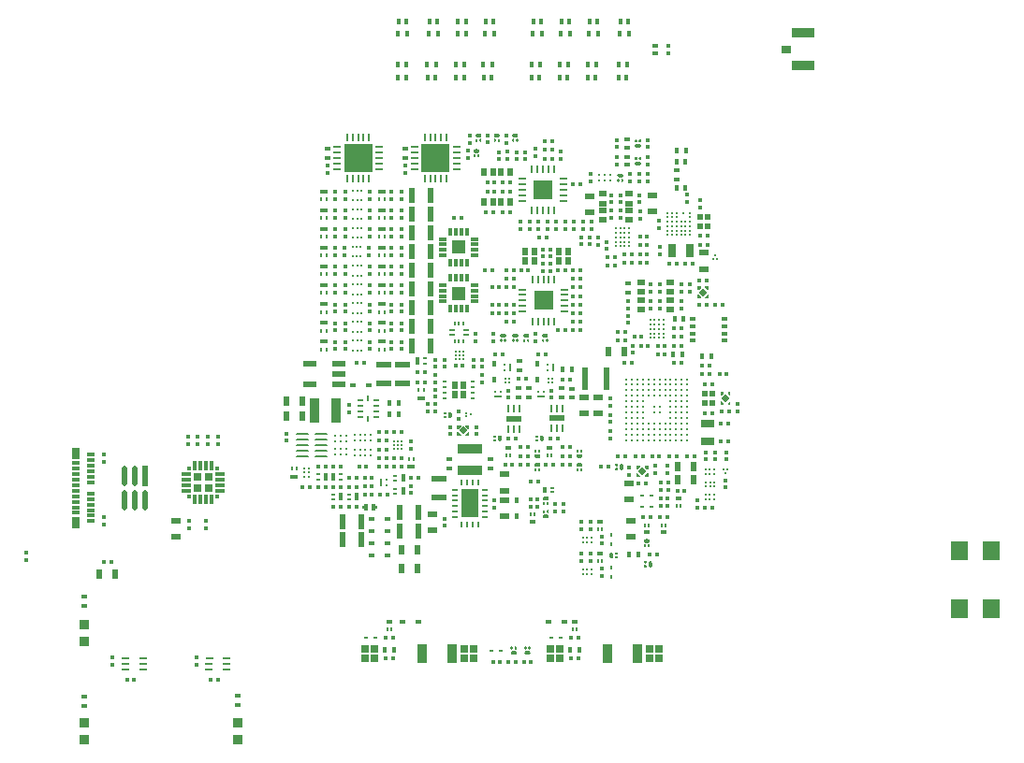
<source format=gtp>
G04*
G04 #@! TF.GenerationSoftware,Altium Limited,Altium Designer,24.10.1 (45)*
G04*
G04 Layer_Color=8421504*
%FSLAX25Y25*%
%MOIN*%
G70*
G04*
G04 #@! TF.SameCoordinates,083811C0-BB5A-407D-82B1-07892853DE6B*
G04*
G04*
G04 #@! TF.FilePolarity,Positive*
G04*
G01*
G75*
%ADD23R,0.02953X0.02953*%
%ADD24R,0.02953X0.02953*%
%ADD25R,0.03347X0.03150*%
%ADD26R,0.07874X0.03543*%
%ADD27R,0.06847X0.06847*%
%ADD28R,0.06848X0.06847*%
%ADD29R,0.02461X0.02973*%
%ADD30R,0.02461X0.02973*%
%ADD31R,0.02461X0.02972*%
%ADD32R,0.03150X0.00984*%
%ADD33R,0.02756X0.00984*%
%ADD34C,0.00700*%
%ADD35C,0.00800*%
%ADD36R,0.03347X0.09055*%
%ADD37R,0.09055X0.03347*%
%ADD38R,0.05906X0.07087*%
%ADD39R,0.02756X0.01181*%
%ADD40R,0.02756X0.03937*%
%ADD41R,0.01378X0.01654*%
G04:AMPARAMS|DCode=42|XSize=73mil|YSize=20.31mil|CornerRadius=10.15mil|HoleSize=0mil|Usage=FLASHONLY|Rotation=270.000|XOffset=0mil|YOffset=0mil|HoleType=Round|Shape=RoundedRectangle|*
%AMROUNDEDRECTD42*
21,1,0.07300,0.00000,0,0,270.0*
21,1,0.05269,0.02031,0,0,270.0*
1,1,0.02031,0.00000,-0.02635*
1,1,0.02031,0.00000,0.02635*
1,1,0.02031,0.00000,0.02635*
1,1,0.02031,0.00000,-0.02635*
%
%ADD42ROUNDEDRECTD42*%
%ADD43R,0.02031X0.07300*%
%ADD44R,0.01181X0.03543*%
%ADD45R,0.03543X0.01181*%
%ADD46R,0.01181X0.01181*%
%ADD47R,0.01654X0.01378*%
%ADD48R,0.01575X0.01378*%
%ADD49R,0.03543X0.01968*%
%ADD50R,0.03740X0.03740*%
%ADD51R,0.02165X0.01378*%
%ADD52C,0.00709*%
%ADD53R,0.01968X0.03543*%
%ADD54R,0.02362X0.01181*%
%ADD55R,0.01654X0.02047*%
%ADD56C,0.01024*%
%ADD57R,0.00787X0.01102*%
%ADD58R,0.01378X0.01575*%
G04:AMPARAMS|DCode=59|XSize=9.42mil|YSize=28.78mil|CornerRadius=4.71mil|HoleSize=0mil|Usage=FLASHONLY|Rotation=270.000|XOffset=0mil|YOffset=0mil|HoleType=Round|Shape=RoundedRectangle|*
%AMROUNDEDRECTD59*
21,1,0.00942,0.01936,0,0,270.0*
21,1,0.00000,0.02878,0,0,270.0*
1,1,0.00942,-0.00968,0.00000*
1,1,0.00942,-0.00968,0.00000*
1,1,0.00942,0.00968,0.00000*
1,1,0.00942,0.00968,0.00000*
%
%ADD59ROUNDEDRECTD59*%
%ADD60R,0.00942X0.02878*%
G04:AMPARAMS|DCode=61|XSize=28.78mil|YSize=9.42mil|CornerRadius=4.71mil|HoleSize=0mil|Usage=FLASHONLY|Rotation=0.000|XOffset=0mil|YOffset=0mil|HoleType=Round|Shape=RoundedRectangle|*
%AMROUNDEDRECTD61*
21,1,0.02878,0.00000,0,0,0.0*
21,1,0.01936,0.00942,0,0,0.0*
1,1,0.00942,0.00968,0.00000*
1,1,0.00942,-0.00968,0.00000*
1,1,0.00942,-0.00968,0.00000*
1,1,0.00942,0.00968,0.00000*
%
%ADD61ROUNDEDRECTD61*%
%ADD62C,0.01063*%
%ADD63R,0.01024X0.02598*%
G04:AMPARAMS|DCode=64|XSize=9.42mil|YSize=28.78mil|CornerRadius=4.71mil|HoleSize=0mil|Usage=FLASHONLY|Rotation=0.000|XOffset=0mil|YOffset=0mil|HoleType=Round|Shape=RoundedRectangle|*
%AMROUNDEDRECTD64*
21,1,0.00942,0.01936,0,0,0.0*
21,1,0.00000,0.02878,0,0,0.0*
1,1,0.00942,0.00000,-0.00968*
1,1,0.00942,0.00000,-0.00968*
1,1,0.00942,0.00000,0.00968*
1,1,0.00942,0.00000,0.00968*
%
%ADD64ROUNDEDRECTD64*%
G04:AMPARAMS|DCode=65|XSize=28.78mil|YSize=9.42mil|CornerRadius=4.71mil|HoleSize=0mil|Usage=FLASHONLY|Rotation=270.000|XOffset=0mil|YOffset=0mil|HoleType=Round|Shape=RoundedRectangle|*
%AMROUNDEDRECTD65*
21,1,0.02878,0.00000,0,0,270.0*
21,1,0.01936,0.00942,0,0,270.0*
1,1,0.00942,0.00000,-0.00968*
1,1,0.00942,0.00000,0.00968*
1,1,0.00942,0.00000,0.00968*
1,1,0.00942,0.00000,-0.00968*
%
%ADD65ROUNDEDRECTD65*%
%ADD66R,0.01181X0.00787*%
%ADD67R,0.01968X0.02756*%
%ADD68R,0.02756X0.01968*%
%ADD69R,0.00984X0.02362*%
%ADD70R,0.02047X0.01654*%
%ADD71R,0.02598X0.01024*%
%ADD72R,0.01968X0.01181*%
%ADD73C,0.00886*%
%ADD74R,0.02878X0.00942*%
%ADD75R,0.01850X0.02047*%
%ADD76R,0.00787X0.01791*%
%ADD77R,0.01378X0.02165*%
%ADD78R,0.02362X0.00787*%
G04:AMPARAMS|DCode=79|XSize=9.45mil|YSize=47.24mil|CornerRadius=2.36mil|HoleSize=0mil|Usage=FLASHONLY|Rotation=90.000|XOffset=0mil|YOffset=0mil|HoleType=Round|Shape=RoundedRectangle|*
%AMROUNDEDRECTD79*
21,1,0.00945,0.04252,0,0,90.0*
21,1,0.00472,0.04724,0,0,90.0*
1,1,0.00472,0.02126,0.00236*
1,1,0.00472,0.02126,-0.00236*
1,1,0.00472,-0.02126,-0.00236*
1,1,0.00472,-0.02126,0.00236*
%
%ADD79ROUNDEDRECTD79*%
%ADD80R,0.01988X0.00787*%
%ADD81R,0.02362X0.01575*%
%ADD82R,0.02362X0.05315*%
%ADD83R,0.00984X0.01575*%
%ADD84R,0.00787X0.00787*%
%ADD85R,0.02756X0.01575*%
%ADD86R,0.03150X0.01181*%
%ADD87R,0.01181X0.03150*%
%ADD88R,0.00787X0.01181*%
%ADD89R,0.01102X0.00787*%
%ADD90R,0.02126X0.01181*%
%ADD91R,0.00394X0.00394*%
%ADD92R,0.00709X0.00630*%
%ADD93R,0.01575X0.02756*%
%ADD94R,0.00984X0.02756*%
%ADD95R,0.04803X0.02441*%
%ADD96R,0.02165X0.01378*%
%ADD97R,0.01378X0.02047*%
%ADD98R,0.05315X0.02362*%
%ADD99R,0.02362X0.00984*%
%ADD100R,0.01575X0.00984*%
%ADD101R,0.01024X0.01063*%
%ADD102R,0.01772X0.00984*%
%ADD103R,0.03543X0.07087*%
%ADD104R,0.02953X0.02953*%
%ADD105R,0.01378X0.00441*%
%ADD106R,0.00441X0.01378*%
%ADD107R,0.01063X0.01024*%
%ADD108C,0.00787*%
%ADD109R,0.01378X0.02165*%
%ADD110R,0.01417X0.00984*%
%ADD111R,0.00984X0.02559*%
%ADD112R,0.02559X0.00984*%
%ADD113R,0.00984X0.00591*%
%ADD114R,0.00630X0.00709*%
%ADD115R,0.00591X0.00984*%
%ADD116R,0.00984X0.01417*%
%ADD117R,0.01181X0.02362*%
%ADD118R,0.02047X0.01378*%
%ADD119R,0.02756X0.05118*%
%ADD120R,0.01575X0.01378*%
%ADD121R,0.01181X0.02126*%
%ADD122R,0.00787X0.02362*%
%ADD123P,0.02951X4X270.0*%
%ADD124P,0.02673X4X270.0*%
%ADD125P,0.02951X4X180.0*%
%ADD126R,0.05394X0.02362*%
%ADD127R,0.04842X0.04842*%
%ADD128R,0.09843X0.09843*%
%ADD129R,0.06496X0.10433*%
%ADD130R,0.05118X0.02756*%
%ADD131R,0.02362X0.07874*%
G36*
X1724Y186194D02*
X1849Y186142D01*
X1962Y186067D01*
X2058Y185971D01*
X2134Y185858D01*
X2186Y185732D01*
X2212Y185599D01*
Y185464D01*
X2186Y185330D01*
X2134Y185205D01*
X2058Y185092D01*
X1962Y184996D01*
X1849Y184921D01*
X1724Y184869D01*
X1591Y184843D01*
X707D01*
X574Y184869D01*
X449Y184921D01*
X336Y184996D01*
X240Y185092D01*
X164Y185205D01*
X112Y185330D01*
X86Y185464D01*
Y185599D01*
X112Y185732D01*
X164Y185858D01*
X240Y185971D01*
X336Y186067D01*
X449Y186142D01*
X574Y186194D01*
X707Y186221D01*
X1591D01*
X1724Y186194D01*
D02*
G37*
G36*
X-4799Y186194D02*
X-4674Y186142D01*
X-4561Y186067D01*
X-4465Y185971D01*
X-4389Y185858D01*
X-4338Y185732D01*
X-4311Y185599D01*
Y185464D01*
X-4338Y185330D01*
X-4389Y185205D01*
X-4465Y185092D01*
X-4561Y184996D01*
X-4674Y184921D01*
X-4799Y184869D01*
X-4932Y184843D01*
X-5816D01*
X-5949Y184869D01*
X-6074Y184921D01*
X-6187Y184996D01*
X-6283Y185092D01*
X-6359Y185205D01*
X-6410Y185330D01*
X-6437Y185464D01*
Y185599D01*
X-6410Y185732D01*
X-6359Y185858D01*
X-6283Y185971D01*
X-6187Y186067D01*
X-6074Y186142D01*
X-5949Y186194D01*
X-5816Y186221D01*
X-4932D01*
X-4799Y186194D01*
D02*
G37*
G36*
X-11334Y186194D02*
X-11209Y186142D01*
X-11096Y186067D01*
X-11000Y185971D01*
X-10925Y185858D01*
X-10873Y185732D01*
X-10847Y185599D01*
Y185464D01*
X-10873Y185330D01*
X-10925Y185205D01*
X-11000Y185092D01*
X-11096Y184996D01*
X-11209Y184921D01*
X-11334Y184869D01*
X-11468Y184843D01*
X-12351D01*
X-12484Y184869D01*
X-12610Y184921D01*
X-12723Y184996D01*
X-12819Y185092D01*
X-12894Y185205D01*
X-12946Y185330D01*
X-12972Y185464D01*
Y185599D01*
X-12946Y185732D01*
X-12894Y185858D01*
X-12819Y185971D01*
X-12723Y186067D01*
X-12610Y186142D01*
X-12484Y186194D01*
X-12351Y186221D01*
X-11468D01*
X-11334Y186194D01*
D02*
G37*
G36*
X575Y184316D02*
X647Y184286D01*
X711Y184243D01*
X766Y184188D01*
X809Y184124D01*
X838Y184052D01*
X854Y183976D01*
Y183937D01*
Y183583D01*
X838Y183507D01*
X809Y183436D01*
X766Y183371D01*
X711Y183316D01*
X647Y183273D01*
X575Y183244D01*
X499Y183228D01*
X421D01*
X345Y183244D01*
X274Y183273D01*
X209Y183316D01*
X154Y183371D01*
X111Y183436D01*
X81Y183507D01*
X66Y183583D01*
Y183976D01*
X81Y184052D01*
X111Y184124D01*
X154Y184188D01*
X209Y184243D01*
X274Y184286D01*
X345Y184316D01*
X421Y184331D01*
X499D01*
X575Y184316D01*
D02*
G37*
G36*
X-5948Y184316D02*
X-5877Y184286D01*
X-5812Y184243D01*
X-5757Y184188D01*
X-5714Y184124D01*
X-5684Y184052D01*
X-5669Y183976D01*
Y183937D01*
Y183583D01*
X-5684Y183507D01*
X-5714Y183435D01*
X-5757Y183371D01*
X-5812Y183316D01*
X-5877Y183273D01*
X-5948Y183244D01*
X-6024Y183228D01*
X-6102D01*
X-6178Y183244D01*
X-6250Y183273D01*
X-6314Y183316D01*
X-6369Y183371D01*
X-6412Y183435D01*
X-6442Y183507D01*
X-6457Y183583D01*
Y183976D01*
X-6442Y184052D01*
X-6412Y184124D01*
X-6369Y184188D01*
X-6314Y184243D01*
X-6250Y184286D01*
X-6178Y184316D01*
X-6102Y184331D01*
X-6024D01*
X-5948Y184316D01*
D02*
G37*
G36*
X1953Y184316D02*
X2024Y184286D01*
X2089Y184243D01*
X2144Y184188D01*
X2187Y184124D01*
X2217Y184052D01*
X2232Y183976D01*
Y183937D01*
Y183583D01*
X2217Y183507D01*
X2187Y183435D01*
X2144Y183371D01*
X2089Y183316D01*
X2024Y183273D01*
X1953Y183244D01*
X1877Y183228D01*
X1799D01*
X1723Y183244D01*
X1651Y183273D01*
X1587Y183316D01*
X1532Y183371D01*
X1489Y183435D01*
X1459Y183507D01*
X1444Y183583D01*
Y183976D01*
X1459Y184052D01*
X1489Y184124D01*
X1532Y184188D01*
X1587Y184243D01*
X1651Y184286D01*
X1723Y184316D01*
X1799Y184331D01*
X1877D01*
X1953Y184316D01*
D02*
G37*
G36*
X-12484D02*
X-12412Y184286D01*
X-12348Y184243D01*
X-12293Y184188D01*
X-12250Y184124D01*
X-12220Y184052D01*
X-12205Y183976D01*
Y183937D01*
Y183583D01*
X-12220Y183507D01*
X-12250Y183435D01*
X-12293Y183371D01*
X-12348Y183316D01*
X-12412Y183273D01*
X-12484Y183244D01*
X-12560Y183228D01*
X-12637D01*
X-12713Y183244D01*
X-12785Y183273D01*
X-12849Y183316D01*
X-12904Y183371D01*
X-12947Y183435D01*
X-12977Y183507D01*
X-12992Y183583D01*
Y183976D01*
X-12977Y184052D01*
X-12947Y184124D01*
X-12904Y184188D01*
X-12849Y184243D01*
X-12785Y184286D01*
X-12713Y184316D01*
X-12637Y184331D01*
X-12560D01*
X-12484Y184316D01*
D02*
G37*
G36*
X-4570Y184316D02*
X-4499Y184286D01*
X-4434Y184243D01*
X-4379Y184188D01*
X-4336Y184124D01*
X-4307Y184052D01*
X-4291Y183976D01*
Y183937D01*
Y183583D01*
X-4307Y183507D01*
X-4336Y183435D01*
X-4379Y183371D01*
X-4434Y183316D01*
X-4499Y183273D01*
X-4570Y183243D01*
X-4646Y183228D01*
X-4724D01*
X-4800Y183243D01*
X-4871Y183273D01*
X-4936Y183316D01*
X-4991Y183371D01*
X-5034Y183435D01*
X-5064Y183507D01*
X-5079Y183583D01*
Y183976D01*
X-5064Y184052D01*
X-5034Y184124D01*
X-4991Y184188D01*
X-4936Y184243D01*
X-4871Y184286D01*
X-4800Y184316D01*
X-4724Y184331D01*
X-4646D01*
X-4570Y184316D01*
D02*
G37*
G36*
X-11106Y184316D02*
X-11034Y184286D01*
X-10970Y184243D01*
X-10915Y184188D01*
X-10872Y184124D01*
X-10842Y184052D01*
X-10827Y183976D01*
Y183937D01*
Y183583D01*
X-10842Y183507D01*
X-10872Y183435D01*
X-10915Y183371D01*
X-10970Y183316D01*
X-11034Y183273D01*
X-11106Y183243D01*
X-11182Y183228D01*
X-11259D01*
X-11335Y183243D01*
X-11407Y183273D01*
X-11471Y183316D01*
X-11526Y183371D01*
X-11569Y183435D01*
X-11599Y183507D01*
X-11614Y183583D01*
Y183976D01*
X-11599Y184052D01*
X-11569Y184124D01*
X-11526Y184188D01*
X-11471Y184243D01*
X-11407Y184286D01*
X-11335Y184316D01*
X-11259Y184331D01*
X-11182D01*
X-11106Y184316D01*
D02*
G37*
G36*
X44308Y184158D02*
X44379Y184128D01*
X44444Y184085D01*
X44499Y184030D01*
X44542Y183966D01*
X44572Y183894D01*
X44587Y183818D01*
Y183426D01*
X44572Y183350D01*
X44542Y183278D01*
X44499Y183214D01*
X44444Y183159D01*
X44379Y183116D01*
X44308Y183086D01*
X44232Y183071D01*
X44154D01*
X44078Y183086D01*
X44006Y183116D01*
X43942Y183159D01*
X43887Y183214D01*
X43844Y183278D01*
X43814Y183350D01*
X43799Y183426D01*
Y183465D01*
Y183818D01*
X43814Y183894D01*
X43844Y183966D01*
X43887Y184030D01*
X43942Y184085D01*
X44006Y184128D01*
X44078Y184158D01*
X44154Y184173D01*
X44232D01*
X44308Y184158D01*
D02*
G37*
G36*
X45686Y184158D02*
X45757Y184128D01*
X45822Y184085D01*
X45877Y184030D01*
X45920Y183966D01*
X45949Y183894D01*
X45965Y183818D01*
Y183426D01*
X45949Y183350D01*
X45920Y183278D01*
X45877Y183214D01*
X45822Y183159D01*
X45757Y183116D01*
X45686Y183086D01*
X45610Y183071D01*
X45532D01*
X45456Y183086D01*
X45384Y183116D01*
X45320Y183159D01*
X45265Y183214D01*
X45222Y183278D01*
X45192Y183350D01*
X45177Y183426D01*
Y183465D01*
Y183818D01*
X45192Y183894D01*
X45222Y183966D01*
X45265Y184030D01*
X45320Y184085D01*
X45384Y184128D01*
X45456Y184158D01*
X45532Y184173D01*
X45610D01*
X45686Y184158D01*
D02*
G37*
G36*
X45457Y182533D02*
X45582Y182481D01*
X45695Y182405D01*
X45791Y182309D01*
X45867Y182196D01*
X45918Y182071D01*
X45945Y181938D01*
Y181802D01*
X45918Y181669D01*
X45867Y181544D01*
X45791Y181431D01*
X45695Y181335D01*
X45582Y181260D01*
X45457Y181208D01*
X45324Y181181D01*
X44440D01*
X44307Y181208D01*
X44181Y181260D01*
X44069Y181335D01*
X43973Y181431D01*
X43897Y181544D01*
X43845Y181669D01*
X43819Y181802D01*
Y181938D01*
X43845Y182071D01*
X43897Y182196D01*
X43973Y182309D01*
X44069Y182405D01*
X44181Y182481D01*
X44307Y182533D01*
X44440Y182559D01*
X45324D01*
X45457Y182533D01*
D02*
G37*
G36*
X-12023Y180643D02*
X-11898Y180591D01*
X-11785Y180516D01*
X-11689Y180420D01*
X-11614Y180307D01*
X-11562Y180181D01*
X-11535Y180048D01*
Y179912D01*
X-11562Y179779D01*
X-11614Y179654D01*
X-11689Y179541D01*
X-11785Y179445D01*
X-11898Y179370D01*
X-12023Y179318D01*
X-12157Y179291D01*
X-13040D01*
X-13173Y179318D01*
X-13299Y179370D01*
X-13412Y179445D01*
X-13508Y179541D01*
X-13583Y179654D01*
X-13635Y179779D01*
X-13661Y179912D01*
Y180048D01*
X-13635Y180181D01*
X-13583Y180307D01*
X-13508Y180420D01*
X-13412Y180516D01*
X-13299Y180591D01*
X-13173Y180643D01*
X-13040Y180669D01*
X-12157D01*
X-12023Y180643D01*
D02*
G37*
G36*
X-23051Y178018D02*
X-26673D01*
Y181640D01*
X-23051D01*
Y178018D01*
D02*
G37*
G36*
X-27657D02*
X-31280D01*
Y181640D01*
X-27657D01*
Y178018D01*
D02*
G37*
G36*
X-50664D02*
X-54286D01*
Y181640D01*
X-50664D01*
Y178018D01*
D02*
G37*
G36*
X-55270D02*
X-58892D01*
Y181640D01*
X-55270D01*
Y178018D01*
D02*
G37*
G36*
X-13173Y178764D02*
X-13101Y178735D01*
X-13036Y178692D01*
X-12982Y178637D01*
X-12938Y178572D01*
X-12909Y178501D01*
X-12894Y178425D01*
Y178386D01*
Y178032D01*
X-12909Y177956D01*
X-12938Y177884D01*
X-12982Y177820D01*
X-13036Y177765D01*
X-13101Y177722D01*
X-13173Y177692D01*
X-13249Y177677D01*
X-13326D01*
X-13402Y177692D01*
X-13474Y177722D01*
X-13538Y177765D01*
X-13593Y177820D01*
X-13636Y177884D01*
X-13666Y177956D01*
X-13681Y178032D01*
Y178425D01*
X-13666Y178501D01*
X-13636Y178572D01*
X-13593Y178637D01*
X-13538Y178692D01*
X-13474Y178735D01*
X-13402Y178764D01*
X-13326Y178779D01*
X-13249D01*
X-13173Y178764D01*
D02*
G37*
G36*
X-11795Y178764D02*
X-11723Y178735D01*
X-11659Y178692D01*
X-11604Y178637D01*
X-11561Y178572D01*
X-11531Y178501D01*
X-11516Y178425D01*
Y178386D01*
Y178032D01*
X-11531Y177956D01*
X-11561Y177884D01*
X-11604Y177820D01*
X-11659Y177765D01*
X-11723Y177722D01*
X-11795Y177692D01*
X-11871Y177677D01*
X-11948D01*
X-12024Y177692D01*
X-12096Y177722D01*
X-12160Y177765D01*
X-12215Y177820D01*
X-12258Y177884D01*
X-12288Y177956D01*
X-12303Y178032D01*
Y178425D01*
X-12288Y178501D01*
X-12258Y178572D01*
X-12215Y178637D01*
X-12160Y178692D01*
X-12096Y178735D01*
X-12024Y178764D01*
X-11948Y178779D01*
X-11871D01*
X-11795Y178764D01*
D02*
G37*
G36*
X44308Y177859D02*
X44379Y177829D01*
X44444Y177786D01*
X44499Y177731D01*
X44542Y177667D01*
X44572Y177595D01*
X44587Y177519D01*
Y177127D01*
X44572Y177050D01*
X44542Y176979D01*
X44499Y176914D01*
X44444Y176860D01*
X44379Y176816D01*
X44308Y176787D01*
X44232Y176772D01*
X44154D01*
X44078Y176787D01*
X44006Y176816D01*
X43942Y176860D01*
X43887Y176914D01*
X43844Y176979D01*
X43814Y177050D01*
X43799Y177127D01*
Y177165D01*
Y177519D01*
X43814Y177595D01*
X43844Y177667D01*
X43887Y177731D01*
X43942Y177786D01*
X44006Y177829D01*
X44078Y177859D01*
X44154Y177874D01*
X44232D01*
X44308Y177859D01*
D02*
G37*
G36*
X45686Y177859D02*
X45757Y177829D01*
X45822Y177786D01*
X45877Y177731D01*
X45920Y177667D01*
X45949Y177595D01*
X45965Y177519D01*
Y177127D01*
X45949Y177050D01*
X45920Y176979D01*
X45877Y176914D01*
X45822Y176859D01*
X45757Y176816D01*
X45686Y176787D01*
X45610Y176772D01*
X45532D01*
X45456Y176787D01*
X45384Y176816D01*
X45320Y176859D01*
X45265Y176914D01*
X45222Y176979D01*
X45192Y177050D01*
X45177Y177127D01*
Y177165D01*
Y177519D01*
X45192Y177595D01*
X45222Y177667D01*
X45265Y177731D01*
X45320Y177786D01*
X45384Y177829D01*
X45456Y177859D01*
X45532Y177874D01*
X45610D01*
X45686Y177859D01*
D02*
G37*
G36*
X45457Y176233D02*
X45582Y176181D01*
X45695Y176106D01*
X45791Y176010D01*
X45867Y175897D01*
X45918Y175772D01*
X45945Y175639D01*
Y175503D01*
X45918Y175370D01*
X45867Y175244D01*
X45791Y175132D01*
X45695Y175036D01*
X45582Y174960D01*
X45457Y174908D01*
X45324Y174882D01*
X44440D01*
X44307Y174908D01*
X44181Y174960D01*
X44069Y175036D01*
X43973Y175132D01*
X43897Y175244D01*
X43845Y175370D01*
X43819Y175503D01*
Y175639D01*
X43845Y175772D01*
X43897Y175897D01*
X43973Y176010D01*
X44069Y176106D01*
X44181Y176181D01*
X44307Y176233D01*
X44440Y176260D01*
X45324D01*
X45457Y176233D01*
D02*
G37*
G36*
X-23051Y173412D02*
X-26673D01*
Y177034D01*
X-23051D01*
Y173412D01*
D02*
G37*
G36*
X-27657D02*
X-31280D01*
Y177034D01*
X-27657D01*
Y173412D01*
D02*
G37*
G36*
X-50664D02*
X-54286D01*
Y177034D01*
X-50664D01*
Y173412D01*
D02*
G37*
G36*
X-55270D02*
X-58892D01*
Y177034D01*
X-55270D01*
Y173412D01*
D02*
G37*
G36*
X39158Y171942D02*
X39283Y171890D01*
X39396Y171815D01*
X39492Y171719D01*
X39567Y171606D01*
X39619Y171481D01*
X39646Y171347D01*
Y171212D01*
X39619Y171079D01*
X39567Y170953D01*
X39492Y170840D01*
X39396Y170744D01*
X39283Y170669D01*
X39158Y170617D01*
X39024Y170591D01*
X38141D01*
X38008Y170617D01*
X37882Y170669D01*
X37769Y170744D01*
X37674Y170840D01*
X37598Y170953D01*
X37546Y171079D01*
X37520Y171212D01*
Y171347D01*
X37546Y171481D01*
X37598Y171606D01*
X37674Y171719D01*
X37769Y171815D01*
X37882Y171890D01*
X38008Y171942D01*
X38141Y171968D01*
X39024D01*
X39158Y171942D01*
D02*
G37*
G36*
X38008Y170064D02*
X38080Y170034D01*
X38145Y169991D01*
X38199Y169936D01*
X38243Y169871D01*
X38272Y169800D01*
X38287Y169724D01*
Y169685D01*
Y169331D01*
X38272Y169255D01*
X38243Y169184D01*
X38199Y169119D01*
X38145Y169064D01*
X38080Y169021D01*
X38008Y168991D01*
X37933Y168976D01*
X37855D01*
X37779Y168991D01*
X37707Y169021D01*
X37643Y169064D01*
X37588Y169119D01*
X37545Y169184D01*
X37515Y169255D01*
X37500Y169331D01*
Y169724D01*
X37515Y169800D01*
X37545Y169871D01*
X37588Y169936D01*
X37643Y169991D01*
X37707Y170034D01*
X37779Y170064D01*
X37855Y170079D01*
X37933D01*
X38008Y170064D01*
D02*
G37*
G36*
X39386Y170064D02*
X39458Y170034D01*
X39523Y169991D01*
X39577Y169936D01*
X39621Y169871D01*
X39650Y169800D01*
X39665Y169724D01*
Y169685D01*
Y169331D01*
X39650Y169255D01*
X39621Y169184D01*
X39577Y169119D01*
X39523Y169064D01*
X39458Y169021D01*
X39386Y168991D01*
X39310Y168976D01*
X39233D01*
X39157Y168991D01*
X39085Y169021D01*
X39021Y169064D01*
X38966Y169119D01*
X38923Y169184D01*
X38893Y169255D01*
X38878Y169331D01*
Y169724D01*
X38893Y169800D01*
X38923Y169871D01*
X38966Y169936D01*
X39021Y169991D01*
X39085Y170034D01*
X39157Y170064D01*
X39233Y170079D01*
X39310D01*
X39386Y170064D01*
D02*
G37*
G36*
X70079Y130315D02*
X69638D01*
X68701Y131252D01*
Y131693D01*
X70079Y131693D01*
Y130315D01*
D02*
G37*
G36*
X67520Y131693D02*
Y131252D01*
X66583Y130315D01*
X66142D01*
Y131693D01*
X67520Y131693D01*
D02*
G37*
G36*
X70079Y127362D02*
X68701Y127362D01*
Y127803D01*
X69638Y128740D01*
X70079D01*
Y127362D01*
D02*
G37*
G36*
X67520Y127803D02*
Y127362D01*
X66142Y127362D01*
Y128740D01*
X66583D01*
X67520Y127803D01*
D02*
G37*
G36*
X12386Y114855D02*
X12511Y114804D01*
X12624Y114728D01*
X12720Y114632D01*
X12796Y114519D01*
X12847Y114394D01*
X12874Y114261D01*
Y114125D01*
X12847Y113992D01*
X12796Y113867D01*
X12720Y113754D01*
X12624Y113658D01*
X12511Y113582D01*
X12386Y113530D01*
X12253Y113504D01*
X11369D01*
X11236Y113530D01*
X11111Y113582D01*
X10998Y113658D01*
X10902Y113754D01*
X10826Y113867D01*
X10774Y113992D01*
X10748Y114125D01*
Y114261D01*
X10774Y114394D01*
X10826Y114519D01*
X10902Y114632D01*
X10998Y114728D01*
X11111Y114804D01*
X11236Y114855D01*
X11369Y114882D01*
X12253D01*
X12386Y114855D01*
D02*
G37*
G36*
X5675D02*
X5800Y114804D01*
X5913Y114728D01*
X6009Y114632D01*
X6085Y114519D01*
X6137Y114394D01*
X6163Y114261D01*
Y114125D01*
X6137Y113992D01*
X6085Y113867D01*
X6009Y113754D01*
X5913Y113658D01*
X5800Y113582D01*
X5675Y113530D01*
X5542Y113504D01*
X4658D01*
X4525Y113530D01*
X4400Y113582D01*
X4287Y113658D01*
X4191Y113754D01*
X4115Y113867D01*
X4064Y113992D01*
X4037Y114125D01*
Y114261D01*
X4064Y114394D01*
X4115Y114519D01*
X4191Y114632D01*
X4287Y114728D01*
X4400Y114804D01*
X4525Y114855D01*
X4658Y114882D01*
X5542D01*
X5675Y114855D01*
D02*
G37*
G36*
X1756D02*
X1881Y114804D01*
X1994Y114728D01*
X2090Y114632D01*
X2166Y114519D01*
X2218Y114394D01*
X2244Y114261D01*
Y114125D01*
X2218Y113992D01*
X2166Y113867D01*
X2090Y113754D01*
X1994Y113658D01*
X1881Y113582D01*
X1756Y113530D01*
X1623Y113504D01*
X739D01*
X606Y113530D01*
X481Y113582D01*
X368Y113658D01*
X272Y113754D01*
X197Y113867D01*
X145Y113992D01*
X118Y114125D01*
Y114261D01*
X145Y114394D01*
X197Y114519D01*
X272Y114632D01*
X368Y114728D01*
X481Y114804D01*
X606Y114855D01*
X739Y114882D01*
X1623D01*
X1756Y114855D01*
D02*
G37*
G36*
X-2575D02*
X-2449Y114804D01*
X-2336Y114728D01*
X-2240Y114632D01*
X-2165Y114519D01*
X-2113Y114394D01*
X-2087Y114261D01*
Y114125D01*
X-2113Y113992D01*
X-2165Y113867D01*
X-2240Y113754D01*
X-2336Y113658D01*
X-2449Y113582D01*
X-2575Y113530D01*
X-2708Y113504D01*
X-3591D01*
X-3725Y113530D01*
X-3850Y113582D01*
X-3963Y113658D01*
X-4059Y113754D01*
X-4134Y113867D01*
X-4186Y113992D01*
X-4213Y114125D01*
Y114261D01*
X-4186Y114394D01*
X-4134Y114519D01*
X-4059Y114632D01*
X-3963Y114728D01*
X-3850Y114804D01*
X-3725Y114855D01*
X-3591Y114882D01*
X-2708D01*
X-2575Y114855D01*
D02*
G37*
G36*
X11237Y112977D02*
X11309Y112947D01*
X11373Y112904D01*
X11428Y112849D01*
X11471Y112785D01*
X11501Y112713D01*
X11516Y112637D01*
Y112598D01*
Y112245D01*
X11501Y112169D01*
X11471Y112097D01*
X11428Y112032D01*
X11373Y111978D01*
X11309Y111935D01*
X11237Y111905D01*
X11161Y111890D01*
X11083D01*
X11007Y111905D01*
X10936Y111935D01*
X10871Y111978D01*
X10816Y112032D01*
X10773Y112097D01*
X10744Y112169D01*
X10728Y112245D01*
Y112637D01*
X10744Y112713D01*
X10773Y112785D01*
X10816Y112849D01*
X10871Y112904D01*
X10936Y112947D01*
X11007Y112977D01*
X11083Y112992D01*
X11161D01*
X11237Y112977D01*
D02*
G37*
G36*
X4526D02*
X4597Y112947D01*
X4662Y112904D01*
X4717Y112849D01*
X4760Y112785D01*
X4790Y112713D01*
X4805Y112637D01*
Y112598D01*
Y112245D01*
X4790Y112169D01*
X4760Y112097D01*
X4717Y112032D01*
X4662Y111978D01*
X4597Y111935D01*
X4526Y111905D01*
X4450Y111890D01*
X4372D01*
X4296Y111905D01*
X4225Y111935D01*
X4160Y111978D01*
X4105Y112032D01*
X4062Y112097D01*
X4033Y112169D01*
X4017Y112245D01*
Y112637D01*
X4033Y112713D01*
X4062Y112785D01*
X4105Y112849D01*
X4160Y112904D01*
X4225Y112947D01*
X4296Y112977D01*
X4372Y112992D01*
X4450D01*
X4526Y112977D01*
D02*
G37*
G36*
X607D02*
X679Y112947D01*
X743Y112904D01*
X798Y112849D01*
X841Y112785D01*
X871Y112713D01*
X886Y112637D01*
Y112598D01*
Y112245D01*
X871Y112169D01*
X841Y112097D01*
X798Y112032D01*
X743Y111978D01*
X679Y111935D01*
X607Y111905D01*
X531Y111890D01*
X453D01*
X377Y111905D01*
X306Y111935D01*
X241Y111978D01*
X186Y112032D01*
X143Y112097D01*
X114Y112169D01*
X98Y112245D01*
Y112637D01*
X114Y112713D01*
X143Y112785D01*
X186Y112849D01*
X241Y112904D01*
X306Y112947D01*
X377Y112977D01*
X453Y112992D01*
X531D01*
X607Y112977D01*
D02*
G37*
G36*
X-3724D02*
X-3652Y112947D01*
X-3588Y112904D01*
X-3533Y112849D01*
X-3490Y112785D01*
X-3460Y112713D01*
X-3445Y112637D01*
Y112598D01*
Y112245D01*
X-3460Y112169D01*
X-3490Y112097D01*
X-3533Y112032D01*
X-3588Y111978D01*
X-3652Y111935D01*
X-3724Y111905D01*
X-3800Y111890D01*
X-3877D01*
X-3953Y111905D01*
X-4025Y111935D01*
X-4090Y111978D01*
X-4144Y112032D01*
X-4188Y112097D01*
X-4217Y112169D01*
X-4232Y112245D01*
Y112637D01*
X-4217Y112713D01*
X-4188Y112785D01*
X-4144Y112849D01*
X-4090Y112904D01*
X-4025Y112947D01*
X-3953Y112977D01*
X-3877Y112992D01*
X-3800D01*
X-3724Y112977D01*
D02*
G37*
G36*
X12615Y112977D02*
X12686Y112947D01*
X12751Y112904D01*
X12806Y112849D01*
X12849Y112785D01*
X12879Y112713D01*
X12894Y112637D01*
Y112598D01*
Y112245D01*
X12879Y112169D01*
X12849Y112097D01*
X12806Y112032D01*
X12751Y111978D01*
X12686Y111935D01*
X12615Y111905D01*
X12539Y111890D01*
X12461D01*
X12385Y111905D01*
X12314Y111935D01*
X12249Y111978D01*
X12194Y112032D01*
X12151Y112097D01*
X12121Y112169D01*
X12106Y112245D01*
Y112637D01*
X12121Y112713D01*
X12151Y112785D01*
X12194Y112849D01*
X12249Y112904D01*
X12314Y112947D01*
X12385Y112977D01*
X12461Y112992D01*
X12539D01*
X12615Y112977D01*
D02*
G37*
G36*
X5904D02*
X5976Y112947D01*
X6040Y112904D01*
X6095Y112849D01*
X6138Y112785D01*
X6168Y112713D01*
X6183Y112637D01*
Y112598D01*
Y112245D01*
X6168Y112169D01*
X6138Y112097D01*
X6095Y112032D01*
X6040Y111978D01*
X5976Y111935D01*
X5904Y111905D01*
X5828Y111890D01*
X5750D01*
X5674Y111905D01*
X5602Y111935D01*
X5538Y111978D01*
X5483Y112032D01*
X5440Y112097D01*
X5410Y112169D01*
X5395Y112245D01*
Y112637D01*
X5410Y112713D01*
X5440Y112785D01*
X5483Y112849D01*
X5538Y112904D01*
X5602Y112947D01*
X5674Y112977D01*
X5750Y112992D01*
X5828D01*
X5904Y112977D01*
D02*
G37*
G36*
X1985D02*
X2057Y112947D01*
X2121Y112904D01*
X2176Y112849D01*
X2219Y112785D01*
X2249Y112713D01*
X2264Y112637D01*
Y112598D01*
Y112245D01*
X2249Y112169D01*
X2219Y112097D01*
X2176Y112032D01*
X2121Y111978D01*
X2057Y111935D01*
X1985Y111905D01*
X1909Y111890D01*
X1831D01*
X1755Y111905D01*
X1684Y111935D01*
X1619Y111978D01*
X1564Y112032D01*
X1521Y112097D01*
X1491Y112169D01*
X1476Y112245D01*
Y112637D01*
X1491Y112713D01*
X1521Y112785D01*
X1564Y112849D01*
X1619Y112904D01*
X1684Y112947D01*
X1755Y112977D01*
X1831Y112992D01*
X1909D01*
X1985Y112977D01*
D02*
G37*
G36*
X-2346D02*
X-2274Y112947D01*
X-2210Y112904D01*
X-2155Y112849D01*
X-2112Y112785D01*
X-2082Y112713D01*
X-2067Y112637D01*
Y112598D01*
Y112245D01*
X-2082Y112169D01*
X-2112Y112097D01*
X-2155Y112032D01*
X-2210Y111978D01*
X-2274Y111935D01*
X-2346Y111905D01*
X-2422Y111890D01*
X-2499D01*
X-2575Y111905D01*
X-2647Y111935D01*
X-2712Y111978D01*
X-2766Y112032D01*
X-2809Y112097D01*
X-2839Y112169D01*
X-2854Y112245D01*
Y112637D01*
X-2839Y112713D01*
X-2809Y112785D01*
X-2766Y112849D01*
X-2712Y112904D01*
X-2647Y112947D01*
X-2575Y112977D01*
X-2499Y112992D01*
X-2422D01*
X-2346Y112977D01*
D02*
G37*
G36*
X77811Y92702D02*
X77693Y92702D01*
X76984Y93411D01*
X76984Y94120D01*
X77811Y94120D01*
X77811Y92702D01*
D02*
G37*
G36*
X75252Y94120D02*
X75252Y93411D01*
X74543Y92702D01*
X74425Y92702D01*
X74425Y94120D01*
X75252Y94120D01*
D02*
G37*
G36*
X77811Y90734D02*
X77811Y89316D01*
X76984Y89317D01*
X76984Y90025D01*
X77693Y90734D01*
X77811Y90734D01*
D02*
G37*
G36*
X75252Y90025D02*
X75252Y89317D01*
X74425Y89316D01*
X74425Y90734D01*
X74543Y90734D01*
X75252Y90025D01*
D02*
G37*
G36*
X-23527Y86894D02*
X-23455Y86865D01*
X-23391Y86822D01*
X-23336Y86767D01*
X-23293Y86702D01*
X-23263Y86631D01*
X-23248Y86554D01*
Y86477D01*
X-23263Y86401D01*
X-23293Y86329D01*
X-23336Y86265D01*
X-23391Y86210D01*
X-23455Y86167D01*
X-23527Y86137D01*
X-23603Y86122D01*
X-23995D01*
X-24071Y86137D01*
X-24143Y86167D01*
X-24208Y86210D01*
X-24262Y86265D01*
X-24306Y86329D01*
X-24335Y86401D01*
X-24350Y86477D01*
Y86554D01*
X-24335Y86631D01*
X-24306Y86702D01*
X-24262Y86767D01*
X-24208Y86822D01*
X-24143Y86865D01*
X-24071Y86894D01*
X-23995Y86909D01*
X-23603D01*
X-23527Y86894D01*
D02*
G37*
G36*
X-21846Y86863D02*
X-21721Y86811D01*
X-21608Y86736D01*
X-21512Y86640D01*
X-21437Y86527D01*
X-21385Y86402D01*
X-21358Y86269D01*
Y85385D01*
X-21385Y85252D01*
X-21437Y85126D01*
X-21512Y85014D01*
X-21608Y84918D01*
X-21721Y84842D01*
X-21846Y84790D01*
X-21979Y84764D01*
X-22115D01*
X-22248Y84790D01*
X-22374Y84842D01*
X-22487Y84918D01*
X-22582Y85014D01*
X-22658Y85126D01*
X-22710Y85252D01*
X-22736Y85385D01*
Y86269D01*
X-22710Y86402D01*
X-22658Y86527D01*
X-22582Y86640D01*
X-22487Y86736D01*
X-22374Y86811D01*
X-22248Y86863D01*
X-22115Y86890D01*
X-21979D01*
X-21846Y86863D01*
D02*
G37*
G36*
X-23527Y85516D02*
X-23455Y85487D01*
X-23391Y85444D01*
X-23336Y85389D01*
X-23293Y85324D01*
X-23263Y85253D01*
X-23248Y85177D01*
Y85099D01*
X-23263Y85023D01*
X-23293Y84951D01*
X-23336Y84887D01*
X-23391Y84832D01*
X-23455Y84789D01*
X-23527Y84759D01*
X-23603Y84744D01*
X-23995D01*
X-24072Y84759D01*
X-24143Y84789D01*
X-24208Y84832D01*
X-24262Y84887D01*
X-24306Y84951D01*
X-24335Y85023D01*
X-24350Y85099D01*
Y85177D01*
X-24335Y85253D01*
X-24306Y85324D01*
X-24262Y85389D01*
X-24208Y85444D01*
X-24143Y85487D01*
X-24072Y85516D01*
X-23995Y85532D01*
X-23603D01*
X-23527Y85516D01*
D02*
G37*
G36*
X-15157Y80905D02*
X-15598D01*
X-16535Y81842D01*
Y82284D01*
X-15157D01*
X-15157Y80905D01*
D02*
G37*
G36*
X-18110Y81842D02*
X-19047Y80905D01*
X-19488D01*
X-19488Y82284D01*
X-18110D01*
Y81842D01*
D02*
G37*
G36*
X-15157Y78347D02*
X-16535D01*
Y78787D01*
X-15598Y79724D01*
X-15157D01*
X-15157Y78347D01*
D02*
G37*
G36*
X-18110Y78787D02*
Y78347D01*
X-19488D01*
X-19488Y79724D01*
X-19047D01*
X-18110Y78787D01*
D02*
G37*
G36*
X9170Y78627D02*
X9242Y78597D01*
X9306Y78554D01*
X9361Y78499D01*
X9404Y78434D01*
X9434Y78363D01*
X9449Y78287D01*
Y78209D01*
X9434Y78133D01*
X9404Y78061D01*
X9361Y77997D01*
X9306Y77942D01*
X9242Y77899D01*
X9170Y77869D01*
X9094Y77854D01*
X8701D01*
X8625Y77869D01*
X8554Y77899D01*
X8489Y77942D01*
X8434Y77997D01*
X8391Y78061D01*
X8362Y78133D01*
X8347Y78209D01*
Y78287D01*
X8362Y78363D01*
X8391Y78434D01*
X8434Y78499D01*
X8489Y78554D01*
X8554Y78597D01*
X8625Y78627D01*
X8701Y78642D01*
X9094D01*
X9170Y78627D01*
D02*
G37*
G36*
X-5791D02*
X-5719Y78597D01*
X-5655Y78554D01*
X-5600Y78499D01*
X-5557Y78434D01*
X-5527Y78363D01*
X-5512Y78287D01*
Y78209D01*
X-5527Y78133D01*
X-5557Y78061D01*
X-5600Y77997D01*
X-5655Y77942D01*
X-5719Y77899D01*
X-5791Y77869D01*
X-5867Y77854D01*
X-6259D01*
X-6335Y77869D01*
X-6407Y77899D01*
X-6471Y77942D01*
X-6526Y77997D01*
X-6569Y78061D01*
X-6599Y78133D01*
X-6614Y78209D01*
Y78287D01*
X-6599Y78363D01*
X-6569Y78434D01*
X-6526Y78499D01*
X-6471Y78554D01*
X-6407Y78597D01*
X-6335Y78627D01*
X-6259Y78642D01*
X-5867D01*
X-5791Y78627D01*
D02*
G37*
G36*
X10851Y78596D02*
X10976Y78544D01*
X11089Y78468D01*
X11185Y78372D01*
X11260Y78259D01*
X11312Y78134D01*
X11339Y78001D01*
Y77117D01*
X11312Y76984D01*
X11260Y76859D01*
X11185Y76746D01*
X11089Y76650D01*
X10976Y76574D01*
X10851Y76522D01*
X10718Y76496D01*
X10582D01*
X10449Y76522D01*
X10323Y76574D01*
X10210Y76650D01*
X10114Y76746D01*
X10039Y76859D01*
X9987Y76984D01*
X9961Y77117D01*
Y78001D01*
X9987Y78134D01*
X10039Y78259D01*
X10114Y78372D01*
X10210Y78468D01*
X10323Y78544D01*
X10449Y78596D01*
X10582Y78622D01*
X10718D01*
X10851Y78596D01*
D02*
G37*
G36*
X-4110D02*
X-3985Y78544D01*
X-3872Y78468D01*
X-3776Y78372D01*
X-3700Y78259D01*
X-3649Y78134D01*
X-3622Y78001D01*
Y77117D01*
X-3649Y76984D01*
X-3700Y76859D01*
X-3776Y76746D01*
X-3872Y76650D01*
X-3985Y76574D01*
X-4110Y76522D01*
X-4243Y76496D01*
X-4379D01*
X-4512Y76522D01*
X-4637Y76574D01*
X-4750Y76650D01*
X-4846Y76746D01*
X-4922Y76859D01*
X-4973Y76984D01*
X-5000Y77117D01*
Y78001D01*
X-4973Y78134D01*
X-4922Y78259D01*
X-4846Y78372D01*
X-4750Y78468D01*
X-4637Y78544D01*
X-4512Y78596D01*
X-4379Y78622D01*
X-4243D01*
X-4110Y78596D01*
D02*
G37*
G36*
X9170Y77249D02*
X9242Y77219D01*
X9306Y77176D01*
X9361Y77121D01*
X9404Y77057D01*
X9434Y76985D01*
X9449Y76909D01*
Y76831D01*
X9434Y76755D01*
X9404Y76684D01*
X9361Y76619D01*
X9306Y76564D01*
X9242Y76521D01*
X9170Y76491D01*
X9094Y76476D01*
X8701D01*
X8625Y76491D01*
X8554Y76521D01*
X8489Y76564D01*
X8434Y76619D01*
X8391Y76684D01*
X8362Y76755D01*
X8347Y76831D01*
Y76909D01*
X8362Y76985D01*
X8391Y77057D01*
X8434Y77121D01*
X8489Y77176D01*
X8554Y77219D01*
X8625Y77249D01*
X8701Y77264D01*
X9094D01*
X9170Y77249D01*
D02*
G37*
G36*
X-5791D02*
X-5719Y77219D01*
X-5655Y77176D01*
X-5600Y77121D01*
X-5557Y77057D01*
X-5527Y76985D01*
X-5512Y76909D01*
Y76831D01*
X-5527Y76755D01*
X-5557Y76684D01*
X-5600Y76619D01*
X-5655Y76564D01*
X-5719Y76521D01*
X-5791Y76491D01*
X-5867Y76476D01*
X-6259D01*
X-6335Y76491D01*
X-6407Y76521D01*
X-6471Y76564D01*
X-6526Y76619D01*
X-6569Y76684D01*
X-6599Y76755D01*
X-6614Y76831D01*
Y76909D01*
X-6599Y76985D01*
X-6569Y77057D01*
X-6526Y77121D01*
X-6471Y77176D01*
X-6407Y77219D01*
X-6335Y77249D01*
X-6259Y77264D01*
X-5867D01*
X-5791Y77249D01*
D02*
G37*
G36*
X23442Y73528D02*
X23513Y73498D01*
X23578Y73455D01*
X23633Y73401D01*
X23676Y73336D01*
X23705Y73264D01*
X23720Y73188D01*
Y72796D01*
X23705Y72720D01*
X23676Y72648D01*
X23633Y72584D01*
X23578Y72529D01*
X23513Y72486D01*
X23442Y72456D01*
X23366Y72441D01*
X23288D01*
X23212Y72456D01*
X23140Y72486D01*
X23076Y72529D01*
X23021Y72584D01*
X22978Y72648D01*
X22948Y72720D01*
X22933Y72796D01*
Y72835D01*
Y73188D01*
X22948Y73264D01*
X22978Y73336D01*
X23021Y73401D01*
X23076Y73455D01*
X23140Y73498D01*
X23212Y73528D01*
X23288Y73543D01*
X23366D01*
X23442Y73528D01*
D02*
G37*
G36*
X8481D02*
X8553Y73498D01*
X8617Y73455D01*
X8672Y73401D01*
X8715Y73336D01*
X8745Y73264D01*
X8760Y73188D01*
Y72796D01*
X8745Y72720D01*
X8715Y72648D01*
X8672Y72584D01*
X8617Y72529D01*
X8553Y72486D01*
X8481Y72456D01*
X8405Y72441D01*
X8327D01*
X8251Y72456D01*
X8180Y72486D01*
X8115Y72529D01*
X8060Y72584D01*
X8017Y72648D01*
X7988Y72720D01*
X7972Y72796D01*
Y72835D01*
Y73188D01*
X7988Y73264D01*
X8017Y73336D01*
X8060Y73401D01*
X8115Y73455D01*
X8180Y73498D01*
X8251Y73528D01*
X8327Y73543D01*
X8405D01*
X8481Y73528D01*
D02*
G37*
G36*
X24820Y73528D02*
X24891Y73498D01*
X24956Y73455D01*
X25010Y73401D01*
X25054Y73336D01*
X25083Y73264D01*
X25098Y73188D01*
Y72796D01*
X25083Y72720D01*
X25054Y72648D01*
X25010Y72584D01*
X24956Y72529D01*
X24891Y72486D01*
X24820Y72456D01*
X24744Y72441D01*
X24666D01*
X24590Y72456D01*
X24518Y72486D01*
X24454Y72529D01*
X24399Y72584D01*
X24356Y72648D01*
X24326Y72720D01*
X24311Y72796D01*
Y72835D01*
Y73188D01*
X24326Y73264D01*
X24356Y73336D01*
X24399Y73401D01*
X24454Y73455D01*
X24518Y73498D01*
X24590Y73528D01*
X24666Y73543D01*
X24744D01*
X24820Y73528D01*
D02*
G37*
G36*
X9859D02*
X9931Y73498D01*
X9995Y73455D01*
X10050Y73401D01*
X10093Y73336D01*
X10123Y73264D01*
X10138Y73188D01*
Y72796D01*
X10123Y72720D01*
X10093Y72648D01*
X10050Y72584D01*
X9995Y72529D01*
X9931Y72486D01*
X9859Y72456D01*
X9783Y72441D01*
X9705D01*
X9629Y72456D01*
X9558Y72486D01*
X9493Y72529D01*
X9438Y72584D01*
X9395Y72648D01*
X9365Y72720D01*
X9350Y72796D01*
Y72835D01*
Y73188D01*
X9365Y73264D01*
X9395Y73336D01*
X9438Y73401D01*
X9493Y73455D01*
X9558Y73498D01*
X9629Y73528D01*
X9705Y73543D01*
X9783D01*
X9859Y73528D01*
D02*
G37*
G36*
X24591Y71903D02*
X24716Y71851D01*
X24829Y71775D01*
X24925Y71679D01*
X25000Y71566D01*
X25052Y71441D01*
X25079Y71308D01*
Y71172D01*
X25052Y71039D01*
X25000Y70914D01*
X24925Y70801D01*
X24829Y70705D01*
X24716Y70630D01*
X24591Y70578D01*
X24458Y70551D01*
X23574D01*
X23441Y70578D01*
X23315Y70630D01*
X23202Y70705D01*
X23107Y70801D01*
X23031Y70914D01*
X22979Y71039D01*
X22953Y71172D01*
Y71308D01*
X22979Y71441D01*
X23031Y71566D01*
X23107Y71679D01*
X23202Y71775D01*
X23315Y71851D01*
X23441Y71903D01*
X23574Y71929D01*
X24458D01*
X24591Y71903D01*
D02*
G37*
G36*
X9630D02*
X9755Y71851D01*
X9868Y71775D01*
X9964Y71679D01*
X10040Y71566D01*
X10092Y71441D01*
X10118Y71308D01*
Y71172D01*
X10092Y71039D01*
X10040Y70914D01*
X9964Y70801D01*
X9868Y70705D01*
X9755Y70630D01*
X9630Y70578D01*
X9497Y70551D01*
X8613D01*
X8480Y70578D01*
X8355Y70630D01*
X8242Y70705D01*
X8146Y70801D01*
X8071Y70914D01*
X8019Y71039D01*
X7992Y71172D01*
Y71308D01*
X8019Y71441D01*
X8071Y71566D01*
X8146Y71679D01*
X8242Y71775D01*
X8355Y71851D01*
X8480Y71903D01*
X8613Y71929D01*
X9497D01*
X9630Y71903D01*
D02*
G37*
G36*
X37516Y68390D02*
X37588Y68361D01*
X37653Y68318D01*
X37707Y68263D01*
X37751Y68198D01*
X37780Y68127D01*
X37795Y68051D01*
Y67973D01*
X37780Y67897D01*
X37751Y67825D01*
X37707Y67761D01*
X37653Y67706D01*
X37588Y67663D01*
X37516Y67633D01*
X37440Y67618D01*
X37048D01*
X36972Y67633D01*
X36900Y67663D01*
X36836Y67706D01*
X36781Y67761D01*
X36738Y67825D01*
X36708Y67897D01*
X36693Y67973D01*
Y68051D01*
X36708Y68127D01*
X36738Y68198D01*
X36781Y68263D01*
X36836Y68318D01*
X36900Y68361D01*
X36972Y68390D01*
X37048Y68405D01*
X37440D01*
X37516Y68390D01*
D02*
G37*
G36*
X24591Y68792D02*
X24716Y68740D01*
X24829Y68665D01*
X24925Y68569D01*
X25000Y68456D01*
X25052Y68331D01*
X25079Y68198D01*
Y68062D01*
X25052Y67929D01*
X25000Y67804D01*
X24925Y67691D01*
X24829Y67595D01*
X24716Y67519D01*
X24591Y67467D01*
X24458Y67441D01*
X23574D01*
X23441Y67467D01*
X23315Y67519D01*
X23202Y67595D01*
X23107Y67691D01*
X23031Y67804D01*
X22979Y67929D01*
X22953Y68062D01*
Y68198D01*
X22979Y68331D01*
X23031Y68456D01*
X23107Y68569D01*
X23202Y68665D01*
X23315Y68740D01*
X23441Y68792D01*
X23574Y68819D01*
X24458D01*
X24591Y68792D01*
D02*
G37*
G36*
X9630Y68773D02*
X9755Y68721D01*
X9868Y68645D01*
X9964Y68549D01*
X10040Y68437D01*
X10092Y68311D01*
X10118Y68178D01*
Y68042D01*
X10092Y67909D01*
X10040Y67784D01*
X9964Y67671D01*
X9868Y67575D01*
X9755Y67500D01*
X9630Y67448D01*
X9497Y67421D01*
X8613D01*
X8480Y67448D01*
X8355Y67500D01*
X8242Y67575D01*
X8146Y67671D01*
X8071Y67784D01*
X8019Y67909D01*
X7992Y68042D01*
Y68178D01*
X8019Y68311D01*
X8071Y68437D01*
X8146Y68549D01*
X8242Y68645D01*
X8355Y68721D01*
X8480Y68773D01*
X8613Y68799D01*
X9497D01*
X9630Y68773D01*
D02*
G37*
G36*
X48622Y66339D02*
X48181D01*
X47244Y67276D01*
Y67716D01*
X48622D01*
X48622Y66339D01*
D02*
G37*
G36*
X45669Y67276D02*
X44732Y66339D01*
X44291D01*
X44291Y67716D01*
X45669D01*
Y67276D01*
D02*
G37*
G36*
X39197Y68359D02*
X39322Y68307D01*
X39435Y68232D01*
X39531Y68136D01*
X39607Y68023D01*
X39659Y67898D01*
X39685Y67765D01*
Y66881D01*
X39659Y66748D01*
X39607Y66623D01*
X39531Y66510D01*
X39435Y66414D01*
X39322Y66338D01*
X39197Y66286D01*
X39064Y66260D01*
X38928D01*
X38795Y66286D01*
X38670Y66338D01*
X38557Y66414D01*
X38461Y66510D01*
X38385Y66623D01*
X38334Y66748D01*
X38307Y66881D01*
Y67765D01*
X38334Y67898D01*
X38385Y68023D01*
X38461Y68136D01*
X38557Y68232D01*
X38670Y68307D01*
X38795Y68359D01*
X38928Y68386D01*
X39064D01*
X39197Y68359D01*
D02*
G37*
G36*
X37516Y67012D02*
X37588Y66983D01*
X37653Y66940D01*
X37707Y66885D01*
X37751Y66820D01*
X37780Y66749D01*
X37795Y66673D01*
Y66595D01*
X37780Y66519D01*
X37751Y66447D01*
X37707Y66383D01*
X37653Y66328D01*
X37588Y66285D01*
X37516Y66255D01*
X37440Y66240D01*
X37048D01*
X36972Y66255D01*
X36900Y66285D01*
X36836Y66328D01*
X36781Y66383D01*
X36738Y66447D01*
X36708Y66519D01*
X36693Y66595D01*
Y66673D01*
X36708Y66749D01*
X36738Y66820D01*
X36781Y66885D01*
X36836Y66940D01*
X36900Y66983D01*
X36972Y67012D01*
X37048Y67028D01*
X37440D01*
X37516Y67012D01*
D02*
G37*
G36*
X23442Y66914D02*
X23513Y66884D01*
X23578Y66841D01*
X23633Y66786D01*
X23676Y66722D01*
X23705Y66650D01*
X23720Y66574D01*
Y66535D01*
Y66182D01*
X23705Y66106D01*
X23676Y66034D01*
X23633Y65970D01*
X23578Y65915D01*
X23513Y65872D01*
X23442Y65842D01*
X23366Y65827D01*
X23288D01*
X23212Y65842D01*
X23140Y65872D01*
X23076Y65915D01*
X23021Y65970D01*
X22978Y66034D01*
X22948Y66106D01*
X22933Y66182D01*
Y66574D01*
X22948Y66650D01*
X22978Y66722D01*
X23021Y66786D01*
X23076Y66841D01*
X23140Y66884D01*
X23212Y66914D01*
X23288Y66929D01*
X23366D01*
X23442Y66914D01*
D02*
G37*
G36*
X24820Y66914D02*
X24891Y66884D01*
X24956Y66841D01*
X25010Y66786D01*
X25054Y66722D01*
X25083Y66650D01*
X25098Y66574D01*
Y66535D01*
Y66182D01*
X25083Y66106D01*
X25054Y66034D01*
X25010Y65970D01*
X24956Y65915D01*
X24891Y65872D01*
X24820Y65842D01*
X24744Y65827D01*
X24666D01*
X24590Y65842D01*
X24518Y65872D01*
X24454Y65915D01*
X24399Y65970D01*
X24356Y66034D01*
X24326Y66106D01*
X24311Y66182D01*
Y66574D01*
X24326Y66650D01*
X24356Y66722D01*
X24399Y66786D01*
X24454Y66841D01*
X24518Y66884D01*
X24590Y66914D01*
X24666Y66929D01*
X24744D01*
X24820Y66914D01*
D02*
G37*
G36*
X8481Y66894D02*
X8553Y66865D01*
X8617Y66821D01*
X8672Y66767D01*
X8715Y66702D01*
X8745Y66631D01*
X8760Y66554D01*
Y66516D01*
Y66162D01*
X8745Y66086D01*
X8715Y66014D01*
X8672Y65950D01*
X8617Y65895D01*
X8553Y65852D01*
X8481Y65822D01*
X8405Y65807D01*
X8327D01*
X8251Y65822D01*
X8180Y65852D01*
X8115Y65895D01*
X8060Y65950D01*
X8017Y66014D01*
X7988Y66086D01*
X7972Y66162D01*
Y66554D01*
X7988Y66631D01*
X8017Y66702D01*
X8060Y66767D01*
X8115Y66821D01*
X8180Y66865D01*
X8251Y66894D01*
X8327Y66909D01*
X8405D01*
X8481Y66894D01*
D02*
G37*
G36*
X9859Y66894D02*
X9931Y66865D01*
X9995Y66821D01*
X10050Y66767D01*
X10093Y66702D01*
X10123Y66631D01*
X10138Y66554D01*
Y66516D01*
Y66162D01*
X10123Y66086D01*
X10093Y66014D01*
X10050Y65950D01*
X9995Y65895D01*
X9931Y65852D01*
X9859Y65822D01*
X9783Y65807D01*
X9705D01*
X9629Y65822D01*
X9558Y65852D01*
X9493Y65895D01*
X9438Y65950D01*
X9395Y66014D01*
X9365Y66086D01*
X9350Y66162D01*
Y66554D01*
X9365Y66631D01*
X9395Y66702D01*
X9438Y66767D01*
X9493Y66821D01*
X9558Y66865D01*
X9629Y66894D01*
X9705Y66909D01*
X9783D01*
X9859Y66894D01*
D02*
G37*
G36*
X48622Y63779D02*
X47244D01*
Y64220D01*
X48181Y65158D01*
X48622D01*
X48622Y63779D01*
D02*
G37*
G36*
X45669Y64220D02*
Y63779D01*
X44291D01*
X44291Y65158D01*
X44732D01*
X45669Y64220D01*
D02*
G37*
G36*
X12622Y56840D02*
X12748Y56788D01*
X12861Y56713D01*
X12957Y56617D01*
X13032Y56504D01*
X13084Y56378D01*
X13110Y56245D01*
Y56110D01*
X13084Y55976D01*
X13032Y55851D01*
X12957Y55738D01*
X12861Y55642D01*
X12748Y55567D01*
X12622Y55515D01*
X12489Y55489D01*
X11605D01*
X11472Y55515D01*
X11347Y55567D01*
X11234Y55642D01*
X11138Y55738D01*
X11063Y55851D01*
X11011Y55976D01*
X10984Y56110D01*
Y56245D01*
X11011Y56378D01*
X11063Y56504D01*
X11138Y56617D01*
X11234Y56713D01*
X11347Y56788D01*
X11472Y56840D01*
X11605Y56866D01*
X12489D01*
X12622Y56840D01*
D02*
G37*
G36*
X11473Y54962D02*
X11545Y54932D01*
X11609Y54889D01*
X11664Y54834D01*
X11707Y54769D01*
X11737Y54698D01*
X11752Y54622D01*
Y54583D01*
Y54229D01*
X11737Y54153D01*
X11707Y54081D01*
X11664Y54017D01*
X11609Y53962D01*
X11545Y53919D01*
X11473Y53889D01*
X11397Y53874D01*
X11320D01*
X11244Y53889D01*
X11172Y53919D01*
X11107Y53962D01*
X11053Y54017D01*
X11010Y54081D01*
X10980Y54153D01*
X10965Y54229D01*
Y54622D01*
X10980Y54698D01*
X11010Y54769D01*
X11053Y54834D01*
X11107Y54889D01*
X11172Y54932D01*
X11244Y54962D01*
X11320Y54977D01*
X11397D01*
X11473Y54962D01*
D02*
G37*
G36*
X12851Y54962D02*
X12923Y54932D01*
X12987Y54889D01*
X13042Y54834D01*
X13085Y54769D01*
X13115Y54698D01*
X13130Y54622D01*
Y54583D01*
Y54229D01*
X13115Y54153D01*
X13085Y54081D01*
X13042Y54017D01*
X12987Y53962D01*
X12923Y53919D01*
X12851Y53889D01*
X12775Y53874D01*
X12698D01*
X12621Y53889D01*
X12550Y53919D01*
X12485Y53962D01*
X12431Y54017D01*
X12387Y54081D01*
X12358Y54153D01*
X12343Y54229D01*
Y54622D01*
X12358Y54698D01*
X12387Y54769D01*
X12431Y54834D01*
X12485Y54889D01*
X12550Y54932D01*
X12621Y54962D01*
X12698Y54977D01*
X12775D01*
X12851Y54962D01*
D02*
G37*
G36*
X-51387Y51819D02*
X-52569D01*
X-52568Y51820D01*
Y52413D01*
X-53356D01*
Y53596D01*
X-53350Y53595D01*
X-52569D01*
Y54179D01*
X-52567Y54181D01*
X-51387D01*
Y51819D01*
D02*
G37*
G36*
X-48632Y54180D02*
Y53587D01*
X-47844D01*
Y52404D01*
X-47850Y52405D01*
X-48631D01*
Y51821D01*
X-48633Y51819D01*
X-49813D01*
Y54181D01*
X-48631D01*
X-48632Y54180D01*
D02*
G37*
G36*
X11526Y51981D02*
X11598Y51951D01*
X11662Y51908D01*
X11717Y51853D01*
X11760Y51789D01*
X11790Y51717D01*
X11805Y51641D01*
Y51249D01*
X11790Y51173D01*
X11760Y51101D01*
X11717Y51037D01*
X11662Y50982D01*
X11598Y50939D01*
X11526Y50909D01*
X11450Y50894D01*
X11372D01*
X11296Y50909D01*
X11225Y50939D01*
X11160Y50982D01*
X11105Y51037D01*
X11062Y51101D01*
X11033Y51173D01*
X11017Y51249D01*
Y51288D01*
Y51641D01*
X11033Y51717D01*
X11062Y51789D01*
X11105Y51853D01*
X11160Y51908D01*
X11225Y51951D01*
X11296Y51981D01*
X11372Y51996D01*
X11450D01*
X11526Y51981D01*
D02*
G37*
G36*
X12904Y51981D02*
X12976Y51951D01*
X13040Y51908D01*
X13095Y51853D01*
X13138Y51789D01*
X13168Y51717D01*
X13183Y51641D01*
Y51249D01*
X13168Y51173D01*
X13138Y51101D01*
X13095Y51037D01*
X13040Y50982D01*
X12976Y50939D01*
X12904Y50909D01*
X12828Y50894D01*
X12750D01*
X12674Y50909D01*
X12603Y50939D01*
X12538Y50982D01*
X12483Y51037D01*
X12440Y51101D01*
X12410Y51173D01*
X12395Y51249D01*
Y51288D01*
Y51641D01*
X12410Y51717D01*
X12440Y51789D01*
X12483Y51853D01*
X12538Y51908D01*
X12603Y51951D01*
X12674Y51981D01*
X12750Y51996D01*
X12828D01*
X12904Y51981D01*
D02*
G37*
G36*
X12675Y50355D02*
X12800Y50304D01*
X12913Y50228D01*
X13009Y50132D01*
X13085Y50019D01*
X13137Y49894D01*
X13163Y49761D01*
Y49625D01*
X13137Y49492D01*
X13085Y49367D01*
X13009Y49254D01*
X12913Y49158D01*
X12800Y49082D01*
X12675Y49031D01*
X12542Y49004D01*
X11658D01*
X11525Y49031D01*
X11400Y49082D01*
X11287Y49158D01*
X11191Y49254D01*
X11116Y49367D01*
X11064Y49492D01*
X11037Y49625D01*
Y49761D01*
X11064Y49894D01*
X11116Y50019D01*
X11191Y50132D01*
X11287Y50228D01*
X11400Y50304D01*
X11525Y50355D01*
X11658Y50382D01*
X12542D01*
X12675Y50355D01*
D02*
G37*
G36*
X48607Y41627D02*
X48732Y41575D01*
X48845Y41500D01*
X48941Y41404D01*
X49016Y41291D01*
X49068Y41166D01*
X49095Y41032D01*
Y40897D01*
X49068Y40764D01*
X49016Y40638D01*
X48941Y40525D01*
X48845Y40429D01*
X48732Y40354D01*
X48607Y40302D01*
X48473Y40276D01*
X47590D01*
X47456Y40302D01*
X47331Y40354D01*
X47218Y40429D01*
X47122Y40525D01*
X47047Y40638D01*
X46995Y40764D01*
X46968Y40897D01*
Y41032D01*
X46995Y41166D01*
X47047Y41291D01*
X47122Y41404D01*
X47218Y41500D01*
X47331Y41575D01*
X47456Y41627D01*
X47590Y41654D01*
X48473D01*
X48607Y41627D01*
D02*
G37*
G36*
X47457Y39749D02*
X47529Y39719D01*
X47594Y39676D01*
X47648Y39621D01*
X47691Y39557D01*
X47721Y39485D01*
X47736Y39409D01*
Y39370D01*
Y39016D01*
X47721Y38940D01*
X47691Y38869D01*
X47648Y38804D01*
X47594Y38749D01*
X47529Y38706D01*
X47457Y38677D01*
X47381Y38661D01*
X47304D01*
X47228Y38677D01*
X47156Y38706D01*
X47092Y38749D01*
X47037Y38804D01*
X46994Y38869D01*
X46964Y38940D01*
X46949Y39016D01*
Y39409D01*
X46964Y39485D01*
X46994Y39557D01*
X47037Y39621D01*
X47092Y39676D01*
X47156Y39719D01*
X47228Y39749D01*
X47304Y39764D01*
X47381D01*
X47457Y39749D01*
D02*
G37*
G36*
X48835Y39749D02*
X48907Y39719D01*
X48971Y39676D01*
X49026Y39621D01*
X49069Y39557D01*
X49099Y39485D01*
X49114Y39409D01*
Y39370D01*
Y39016D01*
X49099Y38940D01*
X49069Y38869D01*
X49026Y38804D01*
X48971Y38749D01*
X48907Y38706D01*
X48835Y38677D01*
X48759Y38661D01*
X48682D01*
X48606Y38677D01*
X48534Y38706D01*
X48469Y38749D01*
X48415Y38804D01*
X48372Y38869D01*
X48342Y38940D01*
X48327Y39016D01*
Y39409D01*
X48342Y39485D01*
X48372Y39557D01*
X48415Y39621D01*
X48469Y39676D01*
X48534Y39719D01*
X48606Y39749D01*
X48682Y39764D01*
X48759D01*
X48835Y39749D01*
D02*
G37*
G36*
X37438Y36894D02*
X37509Y36865D01*
X37574Y36822D01*
X37629Y36767D01*
X37672Y36702D01*
X37701Y36631D01*
X37716Y36555D01*
Y36477D01*
X37701Y36401D01*
X37672Y36329D01*
X37629Y36265D01*
X37574Y36210D01*
X37509Y36167D01*
X37438Y36137D01*
X37362Y36122D01*
X36969D01*
X36893Y36137D01*
X36821Y36167D01*
X36757Y36210D01*
X36702Y36265D01*
X36659Y36329D01*
X36629Y36401D01*
X36614Y36477D01*
Y36555D01*
X36629Y36631D01*
X36659Y36702D01*
X36702Y36767D01*
X36757Y36822D01*
X36821Y36865D01*
X36893Y36894D01*
X36969Y36909D01*
X37362D01*
X37438Y36894D01*
D02*
G37*
G36*
X35614Y36863D02*
X35740Y36811D01*
X35853Y36736D01*
X35949Y36640D01*
X36024Y36527D01*
X36076Y36402D01*
X36102Y36269D01*
Y35385D01*
X36076Y35252D01*
X36024Y35126D01*
X35949Y35014D01*
X35853Y34918D01*
X35740Y34842D01*
X35614Y34790D01*
X35481Y34764D01*
X35346D01*
X35212Y34790D01*
X35087Y34842D01*
X34974Y34918D01*
X34878Y35014D01*
X34803Y35126D01*
X34751Y35252D01*
X34724Y35385D01*
Y36269D01*
X34751Y36402D01*
X34803Y36527D01*
X34878Y36640D01*
X34974Y36736D01*
X35087Y36811D01*
X35212Y36863D01*
X35346Y36890D01*
X35481D01*
X35614Y36863D01*
D02*
G37*
G36*
X37438Y35516D02*
X37509Y35487D01*
X37574Y35444D01*
X37629Y35389D01*
X37672Y35324D01*
X37701Y35253D01*
X37716Y35177D01*
Y35099D01*
X37701Y35023D01*
X37672Y34951D01*
X37629Y34887D01*
X37574Y34832D01*
X37509Y34789D01*
X37438Y34759D01*
X37362Y34744D01*
X36969D01*
X36893Y34759D01*
X36821Y34789D01*
X36757Y34832D01*
X36702Y34887D01*
X36659Y34951D01*
X36629Y35023D01*
X36614Y35099D01*
Y35177D01*
X36629Y35253D01*
X36659Y35324D01*
X36702Y35389D01*
X36757Y35444D01*
X36821Y35487D01*
X36893Y35516D01*
X36969Y35531D01*
X37362D01*
X37438Y35516D01*
D02*
G37*
G36*
X47753Y33745D02*
X47824Y33715D01*
X47889Y33672D01*
X47944Y33617D01*
X47987Y33553D01*
X48016Y33481D01*
X48031Y33405D01*
Y33327D01*
X48016Y33251D01*
X47987Y33180D01*
X47944Y33115D01*
X47889Y33060D01*
X47824Y33017D01*
X47753Y32988D01*
X47677Y32972D01*
X47284D01*
X47208Y32988D01*
X47136Y33017D01*
X47072Y33060D01*
X47017Y33115D01*
X46974Y33180D01*
X46944Y33251D01*
X46929Y33327D01*
Y33405D01*
X46944Y33481D01*
X46974Y33553D01*
X47017Y33617D01*
X47072Y33672D01*
X47136Y33715D01*
X47208Y33745D01*
X47284Y33760D01*
X47677D01*
X47753Y33745D01*
D02*
G37*
G36*
X49433Y33714D02*
X49559Y33662D01*
X49672Y33586D01*
X49768Y33490D01*
X49843Y33378D01*
X49895Y33252D01*
X49921Y33119D01*
Y32235D01*
X49895Y32102D01*
X49843Y31977D01*
X49768Y31864D01*
X49672Y31768D01*
X49559Y31693D01*
X49433Y31641D01*
X49300Y31614D01*
X49164D01*
X49031Y31641D01*
X48906Y31693D01*
X48793Y31768D01*
X48697Y31864D01*
X48622Y31977D01*
X48570Y32102D01*
X48543Y32235D01*
Y33119D01*
X48570Y33252D01*
X48622Y33378D01*
X48697Y33490D01*
X48793Y33586D01*
X48906Y33662D01*
X49031Y33714D01*
X49164Y33740D01*
X49300D01*
X49433Y33714D01*
D02*
G37*
G36*
X47753Y32367D02*
X47824Y32337D01*
X47889Y32294D01*
X47944Y32239D01*
X47987Y32175D01*
X48016Y32103D01*
X48031Y32027D01*
Y31949D01*
X48016Y31873D01*
X47987Y31802D01*
X47944Y31737D01*
X47889Y31682D01*
X47824Y31639D01*
X47753Y31610D01*
X47677Y31594D01*
X47284D01*
X47208Y31610D01*
X47136Y31639D01*
X47072Y31682D01*
X47017Y31737D01*
X46974Y31802D01*
X46944Y31873D01*
X46929Y31949D01*
Y32027D01*
X46944Y32103D01*
X46974Y32175D01*
X47017Y32239D01*
X47072Y32294D01*
X47136Y32337D01*
X47208Y32367D01*
X47284Y32382D01*
X47677D01*
X47753Y32367D01*
D02*
G37*
G36*
X4938Y3336D02*
X5009Y3306D01*
X5074Y3263D01*
X5129Y3209D01*
X5172Y3144D01*
X5201Y3072D01*
X5217Y2996D01*
Y2604D01*
X5201Y2528D01*
X5172Y2456D01*
X5129Y2392D01*
X5074Y2337D01*
X5009Y2294D01*
X4938Y2264D01*
X4862Y2249D01*
X4784D01*
X4708Y2264D01*
X4636Y2294D01*
X4572Y2337D01*
X4517Y2392D01*
X4474Y2456D01*
X4444Y2528D01*
X4429Y2604D01*
Y2643D01*
Y2996D01*
X4444Y3072D01*
X4474Y3144D01*
X4517Y3209D01*
X4572Y3263D01*
X4636Y3306D01*
X4708Y3336D01*
X4784Y3351D01*
X4862D01*
X4938Y3336D01*
D02*
G37*
G36*
X19Y3336D02*
X90Y3306D01*
X155Y3263D01*
X210Y3208D01*
X253Y3144D01*
X282Y3072D01*
X298Y2996D01*
Y2604D01*
X282Y2528D01*
X253Y2456D01*
X210Y2392D01*
X155Y2337D01*
X90Y2294D01*
X19Y2264D01*
X-57Y2249D01*
X-135D01*
X-211Y2264D01*
X-283Y2294D01*
X-347Y2337D01*
X-402Y2392D01*
X-445Y2456D01*
X-475Y2528D01*
X-490Y2604D01*
Y2643D01*
Y2996D01*
X-475Y3072D01*
X-445Y3144D01*
X-402Y3208D01*
X-347Y3263D01*
X-283Y3306D01*
X-211Y3336D01*
X-135Y3351D01*
X-57D01*
X19Y3336D01*
D02*
G37*
G36*
X6316Y3336D02*
X6387Y3306D01*
X6452Y3263D01*
X6507Y3208D01*
X6550Y3144D01*
X6579Y3072D01*
X6594Y2996D01*
Y2604D01*
X6579Y2528D01*
X6550Y2456D01*
X6507Y2392D01*
X6452Y2337D01*
X6387Y2294D01*
X6316Y2264D01*
X6239Y2249D01*
X6162D01*
X6086Y2264D01*
X6014Y2294D01*
X5950Y2337D01*
X5895Y2392D01*
X5852Y2456D01*
X5822Y2528D01*
X5807Y2604D01*
Y2643D01*
Y2996D01*
X5822Y3072D01*
X5852Y3144D01*
X5895Y3208D01*
X5950Y3263D01*
X6014Y3306D01*
X6086Y3336D01*
X6162Y3351D01*
X6239D01*
X6316Y3336D01*
D02*
G37*
G36*
X1397Y3336D02*
X1468Y3306D01*
X1533Y3263D01*
X1588Y3208D01*
X1631Y3144D01*
X1660Y3072D01*
X1675Y2996D01*
Y2604D01*
X1660Y2528D01*
X1631Y2456D01*
X1588Y2392D01*
X1533Y2337D01*
X1468Y2294D01*
X1397Y2264D01*
X1321Y2249D01*
X1243D01*
X1167Y2264D01*
X1095Y2294D01*
X1031Y2337D01*
X976Y2392D01*
X933Y2456D01*
X903Y2528D01*
X888Y2604D01*
Y2643D01*
Y2996D01*
X903Y3072D01*
X933Y3144D01*
X976Y3208D01*
X1031Y3263D01*
X1095Y3306D01*
X1167Y3336D01*
X1243Y3351D01*
X1321D01*
X1397Y3336D01*
D02*
G37*
G36*
X6087Y1711D02*
X6212Y1659D01*
X6325Y1583D01*
X6421Y1487D01*
X6496Y1374D01*
X6548Y1249D01*
X6575Y1116D01*
Y980D01*
X6548Y847D01*
X6496Y722D01*
X6421Y609D01*
X6325Y513D01*
X6212Y438D01*
X6087Y386D01*
X5954Y359D01*
X5070D01*
X4937Y386D01*
X4811Y438D01*
X4699Y513D01*
X4603Y609D01*
X4527Y722D01*
X4475Y847D01*
X4449Y980D01*
Y1116D01*
X4475Y1249D01*
X4527Y1374D01*
X4603Y1487D01*
X4699Y1583D01*
X4811Y1659D01*
X4937Y1711D01*
X5070Y1737D01*
X5954D01*
X6087Y1711D01*
D02*
G37*
G36*
X1168Y1711D02*
X1293Y1659D01*
X1406Y1583D01*
X1502Y1487D01*
X1577Y1374D01*
X1629Y1249D01*
X1656Y1116D01*
Y980D01*
X1629Y847D01*
X1577Y722D01*
X1502Y609D01*
X1406Y513D01*
X1293Y438D01*
X1168Y386D01*
X1035Y359D01*
X151D01*
X18Y386D01*
X-108Y438D01*
X-220Y513D01*
X-316Y609D01*
X-392Y722D01*
X-444Y847D01*
X-470Y980D01*
Y1116D01*
X-444Y1249D01*
X-392Y1374D01*
X-316Y1487D01*
X-220Y1583D01*
X-108Y1659D01*
X18Y1711D01*
X151Y1737D01*
X1035D01*
X1168Y1711D01*
D02*
G37*
D23*
X-111870Y63681D02*
D03*
Y59941D02*
D03*
D24*
X-108130Y63681D02*
D03*
Y59941D02*
D03*
D25*
X97800Y216296D02*
D03*
D26*
X103804Y222202D02*
D03*
Y210391D02*
D03*
D27*
X11200Y126700D02*
D03*
D28*
X11024Y166142D02*
D03*
D29*
X-20325Y93199D02*
D03*
D30*
X-17471Y93199D02*
D03*
D31*
Y96565D02*
D03*
X-20325D02*
D03*
D32*
X-137553Y-931D02*
D03*
X-107753Y-808D02*
D03*
D33*
X-137750Y-2900D02*
D03*
Y-4868D02*
D03*
X-131450Y-931D02*
D03*
Y-2900D02*
D03*
Y-4868D02*
D03*
X-107950Y-2777D02*
D03*
Y-4745D02*
D03*
X-101650Y-808D02*
D03*
Y-2777D02*
D03*
Y-4745D02*
D03*
D34*
X-50197Y78937D02*
D03*
Y76968D02*
D03*
X-52165Y78937D02*
D03*
Y76968D02*
D03*
X-54134Y78937D02*
D03*
Y76968D02*
D03*
X-56102Y78937D02*
D03*
Y76968D02*
D03*
X-50197Y73425D02*
D03*
Y71457D02*
D03*
X-52165Y73425D02*
D03*
Y71457D02*
D03*
X-54134Y73425D02*
D03*
Y71457D02*
D03*
X-56102Y73425D02*
D03*
Y71457D02*
D03*
D35*
X37008Y146063D02*
D03*
Y147638D02*
D03*
Y149213D02*
D03*
Y150787D02*
D03*
Y152362D02*
D03*
X38583Y146063D02*
D03*
Y147638D02*
D03*
Y149213D02*
D03*
Y150787D02*
D03*
Y152362D02*
D03*
X40157Y146063D02*
D03*
Y147638D02*
D03*
Y149213D02*
D03*
Y150787D02*
D03*
Y152362D02*
D03*
X41732Y146063D02*
D03*
Y147638D02*
D03*
Y149213D02*
D03*
Y150787D02*
D03*
Y152362D02*
D03*
X49213Y113386D02*
D03*
Y114961D02*
D03*
Y116535D02*
D03*
Y118110D02*
D03*
Y119685D02*
D03*
X50787Y113386D02*
D03*
Y114961D02*
D03*
Y116535D02*
D03*
Y118110D02*
D03*
Y119685D02*
D03*
X52362Y113386D02*
D03*
Y114961D02*
D03*
Y116535D02*
D03*
Y118110D02*
D03*
Y119685D02*
D03*
X53937Y113386D02*
D03*
Y114961D02*
D03*
Y116535D02*
D03*
Y118110D02*
D03*
Y119685D02*
D03*
X60236Y150046D02*
D03*
X58661D02*
D03*
Y151621D02*
D03*
X55511Y153196D02*
D03*
Y156345D02*
D03*
X58661D02*
D03*
X63386Y150046D02*
D03*
X55511D02*
D03*
X58661Y157920D02*
D03*
X63386Y153196D02*
D03*
Y154771D02*
D03*
X61811Y150046D02*
D03*
X63386Y156345D02*
D03*
Y157920D02*
D03*
X61811Y151621D02*
D03*
X60236D02*
D03*
X61024Y157920D02*
D03*
X58661Y154771D02*
D03*
X60236D02*
D03*
X61811D02*
D03*
Y153196D02*
D03*
X58661D02*
D03*
X60236D02*
D03*
X57086Y157920D02*
D03*
X55511D02*
D03*
X57086Y156345D02*
D03*
Y154771D02*
D03*
Y150046D02*
D03*
X55511Y151621D02*
D03*
Y154771D02*
D03*
X57086Y151621D02*
D03*
Y153196D02*
D03*
X63386Y151621D02*
D03*
D36*
X-62628Y87606D02*
D03*
X-70305D02*
D03*
D37*
X-15000Y73939D02*
D03*
Y66261D02*
D03*
D38*
X170709Y16890D02*
D03*
X159291D02*
D03*
X170709Y37362D02*
D03*
X159291D02*
D03*
D39*
X-155236Y64764D02*
D03*
Y54921D02*
D03*
X-150118Y53937D02*
D03*
Y65748D02*
D03*
X-155236Y58858D02*
D03*
X-150118Y61811D02*
D03*
X-155236Y60827D02*
D03*
X-150118Y57874D02*
D03*
X-155236Y56890D02*
D03*
X-150118Y63780D02*
D03*
Y71654D02*
D03*
Y48032D02*
D03*
Y69685D02*
D03*
Y67717D02*
D03*
Y55906D02*
D03*
Y51969D02*
D03*
Y50000D02*
D03*
X-155236Y50984D02*
D03*
Y52953D02*
D03*
Y62795D02*
D03*
Y66732D02*
D03*
Y68701D02*
D03*
D40*
Y72047D02*
D03*
Y47638D02*
D03*
D41*
X-137126Y-8381D02*
D03*
X-134528D02*
D03*
X-107205D02*
D03*
X-104606D02*
D03*
X69759Y146600D02*
D03*
X67160D02*
D03*
X67141Y149778D02*
D03*
X69740D02*
D03*
X-145394Y33465D02*
D03*
X-142795D02*
D03*
X72501Y125197D02*
D03*
X75099D02*
D03*
X53066Y61915D02*
D03*
X55664D02*
D03*
X-20100Y103430D02*
D03*
X-17501D02*
D03*
X21786Y125205D02*
D03*
X637Y131313D02*
D03*
X-1961Y119097D02*
D03*
X16503Y137422D02*
D03*
X24385Y128259D02*
D03*
X-7099Y125205D02*
D03*
X-4501D02*
D03*
X-1961Y131313D02*
D03*
X21786Y128259D02*
D03*
X637Y119097D02*
D03*
X-669Y158268D02*
D03*
X-3268D02*
D03*
X11693Y183465D02*
D03*
X45551Y140157D02*
D03*
Y149606D02*
D03*
X48150D02*
D03*
X19102Y137422D02*
D03*
X57756Y116929D02*
D03*
X68779Y96850D02*
D03*
X48150Y140157D02*
D03*
X13661Y77559D02*
D03*
X-1299D02*
D03*
X67598Y103543D02*
D03*
Y100394D02*
D03*
X73898D02*
D03*
X71378Y86614D02*
D03*
X-17913Y155989D02*
D03*
X-9662Y137409D02*
D03*
X-44764Y67323D02*
D03*
X-54449D02*
D03*
X69409Y133858D02*
D03*
X46181Y113780D02*
D03*
X24385Y116043D02*
D03*
X68601Y52900D02*
D03*
X71199D02*
D03*
X69409Y125197D02*
D03*
X45157Y61417D02*
D03*
X-44764Y73622D02*
D03*
X-47362D02*
D03*
X5832Y137440D02*
D03*
X3233D02*
D03*
X40295Y115495D02*
D03*
X60354Y116929D02*
D03*
X64291Y139764D02*
D03*
X56181D02*
D03*
X17992Y98425D02*
D03*
X2369Y98697D02*
D03*
X66811Y133858D02*
D03*
X61693Y139764D02*
D03*
X58779D02*
D03*
X14291Y183465D02*
D03*
X76496Y100394D02*
D03*
X71378Y96850D02*
D03*
X70197Y103543D02*
D03*
Y100394D02*
D03*
X76890Y82677D02*
D03*
Y76378D02*
D03*
X74819Y86994D02*
D03*
X68779Y86614D02*
D03*
X66811Y125197D02*
D03*
X60354Y104331D02*
D03*
X56181Y71260D02*
D03*
X49882D02*
D03*
X47756Y61417D02*
D03*
X43583Y113780D02*
D03*
X37697Y115495D02*
D03*
X24385Y125205D02*
D03*
X21786Y116043D02*
D03*
X20591Y98425D02*
D03*
X4968Y98697D02*
D03*
X43976Y71260D02*
D03*
X37677D02*
D03*
X16260Y77559D02*
D03*
X1299D02*
D03*
X-7064Y137409D02*
D03*
X-20512Y155989D02*
D03*
X-51850Y67323D02*
D03*
X-47362D02*
D03*
X77417Y86994D02*
D03*
X52480Y71260D02*
D03*
X57756Y104331D02*
D03*
X46575Y71260D02*
D03*
X58779D02*
D03*
X40276D02*
D03*
X74291Y82677D02*
D03*
Y76378D02*
D03*
D42*
X-134252Y55412D02*
D03*
X-130512D02*
D03*
X-134252Y64273D02*
D03*
X-137992Y55412D02*
D03*
Y64273D02*
D03*
D43*
X-130512D02*
D03*
D44*
X-107047Y67913D02*
D03*
X-109016D02*
D03*
X-110984Y55709D02*
D03*
X-112953D02*
D03*
X-110984Y67913D02*
D03*
X-112953D02*
D03*
X-109016Y55709D02*
D03*
X-107047D02*
D03*
D45*
X-116102Y60827D02*
D03*
Y58858D02*
D03*
X-103898D02*
D03*
X-116102Y62795D02*
D03*
Y64764D02*
D03*
X-103898Y60827D02*
D03*
Y62795D02*
D03*
Y64764D02*
D03*
D46*
X-114921Y56890D02*
D03*
Y66732D02*
D03*
X-105079D02*
D03*
Y56890D02*
D03*
D47*
X-114961Y48150D02*
D03*
Y45551D02*
D03*
X-112200Y-501D02*
D03*
Y-3099D02*
D03*
X-142200Y-601D02*
D03*
Y-3199D02*
D03*
X55800Y214832D02*
D03*
Y217430D02*
D03*
X-65731Y174832D02*
D03*
Y172233D02*
D03*
X-38133Y174832D02*
D03*
Y172233D02*
D03*
X-27167Y94924D02*
D03*
Y92325D02*
D03*
X18350Y51401D02*
D03*
Y53999D02*
D03*
X8268Y180827D02*
D03*
X3150Y154842D02*
D03*
X8268Y178228D02*
D03*
X22047Y154724D02*
D03*
Y152126D02*
D03*
X6299Y154843D02*
D03*
Y152244D02*
D03*
X3150Y152244D02*
D03*
X-1575Y179646D02*
D03*
Y177047D02*
D03*
X30709Y149213D02*
D03*
X45669Y155787D02*
D03*
Y158386D02*
D03*
X-12992Y112087D02*
D03*
X-80315Y79252D02*
D03*
X-22047Y81614D02*
D03*
X17323Y177047D02*
D03*
X33749Y147638D02*
D03*
X52756Y145787D02*
D03*
X-6425Y55382D02*
D03*
X-12598Y81614D02*
D03*
X45276Y171772D02*
D03*
Y169173D02*
D03*
X60236Y123898D02*
D03*
Y126496D02*
D03*
X52362Y152638D02*
D03*
X62205Y161739D02*
D03*
X67041Y159773D02*
D03*
Y162372D02*
D03*
X62205Y164338D02*
D03*
X52362Y155236D02*
D03*
X52756Y143189D02*
D03*
X17323Y179646D02*
D03*
X33749Y145039D02*
D03*
X30709Y146614D02*
D03*
X27953Y171772D02*
D03*
X51181Y67835D02*
D03*
X-6425Y52784D02*
D03*
X35039Y89252D02*
D03*
Y83346D02*
D03*
Y80039D02*
D03*
X-12992Y114685D02*
D03*
X-12598Y79016D02*
D03*
X-22047D02*
D03*
X-80315Y76654D02*
D03*
X27953Y169173D02*
D03*
X51181Y65236D02*
D03*
X35039Y91850D02*
D03*
Y85945D02*
D03*
Y77441D02*
D03*
D48*
X-109055Y48130D02*
D03*
Y45571D02*
D03*
X-111811Y75492D02*
D03*
Y78051D02*
D03*
X-115354Y75492D02*
D03*
Y78051D02*
D03*
X-108268Y75492D02*
D03*
Y78051D02*
D03*
X-104724Y75492D02*
D03*
Y78051D02*
D03*
X-145200Y71654D02*
D03*
Y69095D02*
D03*
X-172835Y34154D02*
D03*
Y36713D02*
D03*
X-145276Y49311D02*
D03*
Y46752D02*
D03*
X15200Y53979D02*
D03*
Y51420D02*
D03*
X1575Y179626D02*
D03*
X-4724Y179626D02*
D03*
X4724Y179626D02*
D03*
X12598Y152264D02*
D03*
X-4724Y177067D02*
D03*
X4724Y177067D02*
D03*
X18898Y154724D02*
D03*
X25197Y154823D02*
D03*
X10966Y137264D02*
D03*
X13776D02*
D03*
X38583Y156201D02*
D03*
X35433D02*
D03*
X52756Y123917D02*
D03*
X49213D02*
D03*
X-24016Y46358D02*
D03*
X-8661Y185571D02*
D03*
X-15113Y185532D02*
D03*
X18898Y152165D02*
D03*
X15748Y154823D02*
D03*
X45276Y164272D02*
D03*
X35433D02*
D03*
X38583D02*
D03*
X25197Y152264D02*
D03*
X28346D02*
D03*
X42126Y171752D02*
D03*
X37402Y183957D02*
D03*
Y177657D02*
D03*
X9449Y152264D02*
D03*
Y154823D02*
D03*
X12598Y154823D02*
D03*
X15748Y152264D02*
D03*
X1575Y177067D02*
D03*
X28346Y154823D02*
D03*
X27665Y149213D02*
D03*
X24562D02*
D03*
X45276Y161713D02*
D03*
X-2098Y185532D02*
D03*
X38583Y158760D02*
D03*
Y161713D02*
D03*
X35433Y158760D02*
D03*
Y161713D02*
D03*
X52756Y126476D02*
D03*
Y129823D02*
D03*
X49213Y126476D02*
D03*
Y129823D02*
D03*
X48425Y181398D02*
D03*
X37402D02*
D03*
X48425Y175098D02*
D03*
X37402D02*
D03*
X-59521Y142815D02*
D03*
X-50860D02*
D03*
X-59465Y129429D02*
D03*
X-50787D02*
D03*
X-59449Y136122D02*
D03*
X-50787D02*
D03*
X-59449Y149508D02*
D03*
X-50787D02*
D03*
X-39382Y145374D02*
D03*
X-39370Y131988D02*
D03*
Y138681D02*
D03*
Y152067D02*
D03*
X-42925Y142815D02*
D03*
X-39382D02*
D03*
X-42913Y129429D02*
D03*
X-39370D02*
D03*
X-42913Y136122D02*
D03*
X-39370D02*
D03*
X-42913Y149508D02*
D03*
X-39370D02*
D03*
X-63004Y142815D02*
D03*
X-62992Y129429D02*
D03*
Y136122D02*
D03*
Y149508D02*
D03*
X55394Y67815D02*
D03*
X-18898Y87106D02*
D03*
X80384Y89687D02*
D03*
X-35900Y58000D02*
D03*
X-2098Y182972D02*
D03*
X-8661Y183012D02*
D03*
X-15113Y182972D02*
D03*
X-15748Y177461D02*
D03*
X-50860Y145374D02*
D03*
X-59521D02*
D03*
X-63004D02*
D03*
X-50787Y131988D02*
D03*
X-59465D02*
D03*
X-62992D02*
D03*
X-50787Y138681D02*
D03*
X-59449D02*
D03*
X-62992D02*
D03*
X-50787Y152067D02*
D03*
X-59449D02*
D03*
X-62992D02*
D03*
X-50787Y118602D02*
D03*
X-59449D02*
D03*
X-62992D02*
D03*
Y165453D02*
D03*
Y158760D02*
D03*
Y125295D02*
D03*
Y111909D02*
D03*
X-59449Y165453D02*
D03*
Y158760D02*
D03*
Y125295D02*
D03*
Y111909D02*
D03*
X-50787Y165453D02*
D03*
Y158760D02*
D03*
Y125295D02*
D03*
Y111909D02*
D03*
X-30072Y89811D02*
D03*
X-18898Y84547D02*
D03*
X24562Y146654D02*
D03*
X43169Y108035D02*
D03*
X31890Y42618D02*
D03*
X14173Y92028D02*
D03*
X31890Y31201D02*
D03*
X-1181Y92028D02*
D03*
X68898Y72539D02*
D03*
X72441Y72539D02*
D03*
X-10630Y100098D02*
D03*
Y103051D02*
D03*
X-27165Y100098D02*
D03*
Y103051D02*
D03*
X-27237Y87252D02*
D03*
X-30072Y87252D02*
D03*
X-10630Y105610D02*
D03*
X-13780Y103051D02*
D03*
Y105610D02*
D03*
X-27165D02*
D03*
X-24016Y103051D02*
D03*
Y105610D02*
D03*
X-35827Y76476D02*
D03*
X10966Y144966D02*
D03*
X13844D02*
D03*
X41339Y118710D02*
D03*
Y123917D02*
D03*
Y121269D02*
D03*
X63386Y132382D02*
D03*
X60236D02*
D03*
X49213D02*
D03*
X52756D02*
D03*
X-57874Y89469D02*
D03*
X27953Y45177D02*
D03*
X24803D02*
D03*
X27953Y33760D02*
D03*
X24803D02*
D03*
X-35827Y73917D02*
D03*
X-59449Y109350D02*
D03*
X-62992D02*
D03*
X-50787D02*
D03*
X-59449Y122736D02*
D03*
X-62992D02*
D03*
X-50787D02*
D03*
X-59449Y156201D02*
D03*
X-62992D02*
D03*
X-50787D02*
D03*
X-59449Y162894D02*
D03*
X-62992D02*
D03*
X-50787D02*
D03*
X-59449Y116043D02*
D03*
X-62992D02*
D03*
X-50787D02*
D03*
X75984Y62576D02*
D03*
X68898Y69980D02*
D03*
X76378Y69980D02*
D03*
X72441D02*
D03*
X27953Y47736D02*
D03*
Y36319D02*
D03*
X14173Y94587D02*
D03*
X-1181D02*
D03*
X41732Y67027D02*
D03*
X65900Y52820D02*
D03*
X75984Y60017D02*
D03*
X41732Y64468D02*
D03*
X31890Y40059D02*
D03*
Y28642D02*
D03*
X-24016Y48917D02*
D03*
X48425Y171752D02*
D03*
Y183957D02*
D03*
X10966Y142407D02*
D03*
Y139823D02*
D03*
X42126Y169193D02*
D03*
X48425Y177657D02*
D03*
X13776Y139823D02*
D03*
X13844Y142407D02*
D03*
X-39370Y111909D02*
D03*
X-39370Y125295D02*
D03*
X-39370Y158760D02*
D03*
Y165453D02*
D03*
X-39370Y118602D02*
D03*
X43169Y110594D02*
D03*
X63386Y129823D02*
D03*
X41339Y126476D02*
D03*
X60236Y129823D02*
D03*
X-15748Y180020D02*
D03*
X-10630Y97539D02*
D03*
X-27165D02*
D03*
X-39370Y109350D02*
D03*
X-42913D02*
D03*
X-39370Y122736D02*
D03*
X-42913D02*
D03*
X-39370Y156201D02*
D03*
X-42913D02*
D03*
X-39370Y162894D02*
D03*
X-42913D02*
D03*
X-39370Y116043D02*
D03*
X-42913D02*
D03*
X48425Y169193D02*
D03*
X27665Y146654D02*
D03*
X76378Y72539D02*
D03*
X55394Y65256D02*
D03*
X65900Y55380D02*
D03*
X24803Y47736D02*
D03*
Y36319D02*
D03*
X-27237Y89811D02*
D03*
X-42913Y165453D02*
D03*
Y158760D02*
D03*
Y138681D02*
D03*
Y152067D02*
D03*
X-42925Y145374D02*
D03*
X-42913Y131988D02*
D03*
Y111909D02*
D03*
Y125295D02*
D03*
Y118602D02*
D03*
X-57874Y86909D02*
D03*
X-35900Y60559D02*
D03*
X80384Y87127D02*
D03*
X8268Y114665D02*
D03*
Y112106D02*
D03*
X-6693Y114665D02*
D03*
Y112106D02*
D03*
D49*
X-119685Y48130D02*
D03*
Y42421D02*
D03*
X50000Y164272D02*
D03*
Y158563D02*
D03*
X27559Y158169D02*
D03*
Y163878D02*
D03*
X68298Y143644D02*
D03*
X-2502Y55382D02*
D03*
X-2502Y58973D02*
D03*
X41732Y61516D02*
D03*
X-28346Y50492D02*
D03*
X68298Y137936D02*
D03*
X-2502Y64682D02*
D03*
X30709Y86516D02*
D03*
X25591D02*
D03*
X41732Y55807D02*
D03*
X42520Y48130D02*
D03*
X-2502Y49673D02*
D03*
X-28346Y44783D02*
D03*
X30709Y92224D02*
D03*
X42520Y42421D02*
D03*
X25591Y92224D02*
D03*
D50*
X-152362Y11107D02*
D03*
Y5202D02*
D03*
Y-23932D02*
D03*
Y-29838D02*
D03*
X-97638D02*
D03*
Y-23932D02*
D03*
D51*
X-152362Y21073D02*
D03*
Y17727D02*
D03*
X-97638Y-14127D02*
D03*
Y-17473D02*
D03*
X-152362Y-14527D02*
D03*
Y-17873D02*
D03*
X-38133Y177430D02*
D03*
Y180777D02*
D03*
X-65731D02*
D03*
Y177430D02*
D03*
X17717Y92028D02*
D03*
X2362D02*
D03*
X17717Y95374D02*
D03*
X2362D02*
D03*
X2756Y101755D02*
D03*
Y105102D02*
D03*
D52*
X-18756Y108642D02*
D03*
Y107264D02*
D03*
X-20134Y105886D02*
D03*
Y107264D02*
D03*
X-17379Y105886D02*
D03*
Y107264D02*
D03*
X-18756Y105886D02*
D03*
X-20134Y108642D02*
D03*
X-17379D02*
D03*
X-40551Y73819D02*
D03*
X-39173Y75197D02*
D03*
X-40551D02*
D03*
X-39173Y73819D02*
D03*
X-41929D02*
D03*
Y75197D02*
D03*
Y76575D02*
D03*
X-40551D02*
D03*
X-39173D02*
D03*
D53*
X-146949Y29134D02*
D03*
X-141240D02*
D03*
X64760Y62684D02*
D03*
X59051D02*
D03*
X-39468Y37795D02*
D03*
X-39468Y31102D02*
D03*
X-33760Y37795D02*
D03*
X-33760Y31102D02*
D03*
X-74705Y85433D02*
D03*
Y90945D02*
D03*
X64760Y67419D02*
D03*
X34350Y108563D02*
D03*
X-80413Y90945D02*
D03*
Y85433D02*
D03*
X59051Y67419D02*
D03*
X40059Y108563D02*
D03*
D54*
X51100Y217521D02*
D03*
Y214765D02*
D03*
D55*
X6883Y210649D02*
D03*
X10033D02*
D03*
X-40683Y210649D02*
D03*
X-37533D02*
D03*
X-30262D02*
D03*
X-27112D02*
D03*
X-16864D02*
D03*
X-20013D02*
D03*
X-7021D02*
D03*
X-10171D02*
D03*
X-40552Y221792D02*
D03*
X-37402D02*
D03*
X-16214D02*
D03*
X-19364D02*
D03*
X-6372D02*
D03*
X-9521D02*
D03*
X-29555D02*
D03*
X-26405D02*
D03*
X44882Y36220D02*
D03*
X41033Y210770D02*
D03*
X30033D02*
D03*
X20033D02*
D03*
X41602Y221792D02*
D03*
X30602D02*
D03*
X20602D02*
D03*
X10602D02*
D03*
X57874Y120079D02*
D03*
X61024D02*
D03*
X57480Y107480D02*
D03*
X58661Y166929D02*
D03*
X61811Y176192D02*
D03*
Y166929D02*
D03*
X41732Y36220D02*
D03*
X7452Y221792D02*
D03*
X17452D02*
D03*
X27452D02*
D03*
X38452D02*
D03*
X16883Y210770D02*
D03*
X26883D02*
D03*
X37883D02*
D03*
X60630Y107480D02*
D03*
X58661Y176192D02*
D03*
D56*
X68927Y64913D02*
D03*
Y66487D02*
D03*
X70502Y64913D02*
D03*
Y66487D02*
D03*
X72077Y64913D02*
D03*
Y66487D02*
D03*
X-72441Y63780D02*
D03*
X-74016Y66929D02*
D03*
X-72441D02*
D03*
X72113Y61938D02*
D03*
X68963Y60363D02*
D03*
X72088Y57375D02*
D03*
X68939Y55800D02*
D03*
Y57375D02*
D03*
X68963Y61938D02*
D03*
X-74016Y63780D02*
D03*
X25197Y42126D02*
D03*
Y30709D02*
D03*
X72088Y55800D02*
D03*
X72113Y60363D02*
D03*
X70538D02*
D03*
X70513Y55800D02*
D03*
X26772Y42126D02*
D03*
Y30709D02*
D03*
X-74016Y65354D02*
D03*
X28346Y40551D02*
D03*
Y29134D02*
D03*
X25197Y40551D02*
D03*
X28346Y42126D02*
D03*
X25197Y29134D02*
D03*
X28346Y30709D02*
D03*
X-72441Y65354D02*
D03*
X26772Y29134D02*
D03*
Y40551D02*
D03*
X70538Y61938D02*
D03*
X70513Y57375D02*
D03*
D57*
X12789Y51445D02*
D03*
X11411D02*
D03*
X11358Y54425D02*
D03*
X12736D02*
D03*
X-13287Y178228D02*
D03*
X460Y183780D02*
D03*
X45571Y183622D02*
D03*
Y177323D02*
D03*
X37894Y169528D02*
D03*
X47342Y39213D02*
D03*
X6201Y2800D02*
D03*
X9744Y72992D02*
D03*
X24705D02*
D03*
X8366Y66358D02*
D03*
X23327Y66378D02*
D03*
X-12598Y183779D02*
D03*
X-6063Y183780D02*
D03*
X4411Y112441D02*
D03*
X492D02*
D03*
X4823Y2800D02*
D03*
X44193Y183622D02*
D03*
Y177323D02*
D03*
X39272Y169528D02*
D03*
X1838Y183780D02*
D03*
X48720Y39213D02*
D03*
X5789Y112441D02*
D03*
X12500D02*
D03*
X1870D02*
D03*
X24705Y66378D02*
D03*
X23327Y72992D02*
D03*
X8366D02*
D03*
X9744Y66358D02*
D03*
X-96Y2800D02*
D03*
X-4685Y183780D02*
D03*
X-11221D02*
D03*
X-11909Y178228D02*
D03*
X-2461Y112441D02*
D03*
X11122D02*
D03*
X-3839D02*
D03*
X1282Y2800D02*
D03*
D58*
X21806Y122151D02*
D03*
X21806Y119097D02*
D03*
X618Y125205D02*
D03*
X618Y122151D02*
D03*
X24365Y131313D02*
D03*
X24365Y137423D02*
D03*
Y134367D02*
D03*
X618Y134367D02*
D03*
X-1942D02*
D03*
X-4520Y131313D02*
D03*
X-7079Y122151D02*
D03*
X-7080Y131313D02*
D03*
X21806Y137423D02*
D03*
X-4520Y122151D02*
D03*
X-1942Y125205D02*
D03*
X21806Y131313D02*
D03*
X-1942Y122151D02*
D03*
X-3248Y165354D02*
D03*
X-6201D02*
D03*
X-3248Y168898D02*
D03*
X-6201D02*
D03*
X12303Y149213D02*
D03*
X9193Y62160D02*
D03*
X-689Y165354D02*
D03*
Y168898D02*
D03*
X21854Y168110D02*
D03*
X-9154Y158268D02*
D03*
X-8760Y168898D02*
D03*
Y165354D02*
D03*
X45571Y146457D02*
D03*
Y143307D02*
D03*
X36626Y142126D02*
D03*
X40059Y140157D02*
D03*
X36626Y139053D02*
D03*
X34067D02*
D03*
X9744Y149213D02*
D03*
X-6595Y158268D02*
D03*
X11713Y180315D02*
D03*
Y177165D02*
D03*
X42618Y143307D02*
D03*
Y140157D02*
D03*
X40059Y143307D02*
D03*
X48130Y146457D02*
D03*
X21806Y134367D02*
D03*
X51870Y110630D02*
D03*
X48130Y143307D02*
D03*
X-39272Y70472D02*
D03*
X46752Y49606D02*
D03*
X4232Y-2082D02*
D03*
X61440Y58761D02*
D03*
X58881D02*
D03*
X55610Y59100D02*
D03*
X49114Y36220D02*
D03*
X-33563Y101181D02*
D03*
X-31004D02*
D03*
Y97638D02*
D03*
X20571Y71260D02*
D03*
Y68110D02*
D03*
X5610Y71260D02*
D03*
Y68110D02*
D03*
X18012Y74409D02*
D03*
Y71260D02*
D03*
Y68110D02*
D03*
X3051Y74409D02*
D03*
Y71260D02*
D03*
Y68110D02*
D03*
X-55413Y53150D02*
D03*
Y60236D02*
D03*
X-52461Y63386D02*
D03*
Y57480D02*
D03*
Y60630D02*
D03*
X-55413Y63386D02*
D03*
X-63484Y67323D02*
D03*
X-44783Y79921D02*
D03*
Y70472D02*
D03*
X24413Y168110D02*
D03*
X14272Y177165D02*
D03*
X34067Y142126D02*
D03*
X45965Y110630D02*
D03*
X19082Y116021D02*
D03*
X24365Y119097D02*
D03*
X14665Y68110D02*
D03*
X98D02*
D03*
X21161Y-901D02*
D03*
X23720D02*
D03*
Y6580D02*
D03*
X9350Y107480D02*
D03*
X-44980Y-901D02*
D03*
X-6004Y107480D02*
D03*
X-42421Y-901D02*
D03*
Y6580D02*
D03*
X-71949Y60236D02*
D03*
X-68996D02*
D03*
X-44783Y76772D02*
D03*
X-47343D02*
D03*
Y79921D02*
D03*
X-41831Y67323D02*
D03*
X16523Y116021D02*
D03*
X-1942Y137440D02*
D03*
X48524Y110630D02*
D03*
X57776D02*
D03*
Y113780D02*
D03*
X51870Y107480D02*
D03*
X-55216Y104331D02*
D03*
X-68996Y67323D02*
D03*
X-74508Y60236D02*
D03*
X-57972Y63386D02*
D03*
X-66437Y67323D02*
D03*
X-49902Y60630D02*
D03*
Y57480D02*
D03*
X-46949D02*
D03*
X-44390D02*
D03*
X-49902Y63386D02*
D03*
X-35925D02*
D03*
X-60925Y53150D02*
D03*
X-57972Y60236D02*
D03*
Y53150D02*
D03*
X-63484Y60236D02*
D03*
X9129Y53172D02*
D03*
X9154Y55906D02*
D03*
X11909Y107480D02*
D03*
X12106Y68110D02*
D03*
X-3445Y107480D02*
D03*
X-2461Y68110D02*
D03*
X6594Y55906D02*
D03*
X6634Y62160D02*
D03*
X6570Y53172D02*
D03*
X-6791Y-2082D02*
D03*
X21161Y6580D02*
D03*
X-44980D02*
D03*
X6791Y-2082D02*
D03*
X-47343Y70472D02*
D03*
X618Y137440D02*
D03*
X40354Y112463D02*
D03*
X60335Y113780D02*
D03*
X54429Y110630D02*
D03*
Y107480D02*
D03*
X-52657Y104331D02*
D03*
X-33563Y97638D02*
D03*
X49311Y49606D02*
D03*
X51673Y36220D02*
D03*
X52657Y49606D02*
D03*
X55217D02*
D03*
X34350Y67323D02*
D03*
X14272Y180315D02*
D03*
X53051Y59100D02*
D03*
X37795Y112463D02*
D03*
X24365Y122151D02*
D03*
X31791Y67323D02*
D03*
X20571Y74409D02*
D03*
X5610D02*
D03*
X1280Y-2082D02*
D03*
X-39272Y79921D02*
D03*
Y67323D02*
D03*
X-41831Y70472D02*
D03*
X-33366Y63386D02*
D03*
X-60925Y67323D02*
D03*
X-66437Y60236D02*
D03*
X-60925D02*
D03*
X-63484Y53150D02*
D03*
X60335Y110630D02*
D03*
X62500Y71260D02*
D03*
X40059Y104331D02*
D03*
X-1279Y-2082D02*
D03*
X-4232Y-2082D02*
D03*
X65059Y71260D02*
D03*
X42618Y104331D02*
D03*
X-41831Y79921D02*
D03*
D59*
X18643Y126700D02*
D03*
X3757Y124732D02*
D03*
Y128668D02*
D03*
Y130637D02*
D03*
Y126700D02*
D03*
X18643Y128668D02*
D03*
X3757Y122763D02*
D03*
X18643Y130637D02*
D03*
Y124732D02*
D03*
Y122763D02*
D03*
D60*
X15137Y134143D02*
D03*
D61*
X18467Y166142D02*
D03*
Y164173D02*
D03*
X3581Y166142D02*
D03*
Y168110D02*
D03*
X18467D02*
D03*
X3581Y164173D02*
D03*
Y162205D02*
D03*
X18467Y170079D02*
D03*
Y162205D02*
D03*
D62*
X44685Y88780D02*
D03*
X56496Y94685D02*
D03*
X52559D02*
D03*
Y98622D02*
D03*
X54528Y76969D02*
D03*
X62402Y98622D02*
D03*
X58465Y94685D02*
D03*
X60433Y96654D02*
D03*
X62402Y88780D02*
D03*
X40748Y84843D02*
D03*
X60433D02*
D03*
Y82874D02*
D03*
X42716Y94685D02*
D03*
X44685D02*
D03*
X54528Y80906D02*
D03*
X50591Y94685D02*
D03*
X44685Y78937D02*
D03*
X56496Y96654D02*
D03*
X44685Y76969D02*
D03*
X52559Y78937D02*
D03*
Y82874D02*
D03*
X58465Y80906D02*
D03*
X42716Y82874D02*
D03*
X44685D02*
D03*
X50591Y78937D02*
D03*
X46654Y88780D02*
D03*
X50591Y80906D02*
D03*
X40748Y86811D02*
D03*
X44685D02*
D03*
Y90748D02*
D03*
X40748Y92717D02*
D03*
Y98622D02*
D03*
Y96654D02*
D03*
Y90748D02*
D03*
X42716D02*
D03*
Y92717D02*
D03*
X44685D02*
D03*
X52559Y80906D02*
D03*
X54528Y78937D02*
D03*
X46654Y96654D02*
D03*
X50591Y98622D02*
D03*
X52559Y92717D02*
D03*
X60433Y88780D02*
D03*
X62402Y94685D02*
D03*
Y92717D02*
D03*
Y86811D02*
D03*
X42716D02*
D03*
X58465Y98622D02*
D03*
Y92717D02*
D03*
X44685Y84843D02*
D03*
X40748Y94685D02*
D03*
X56496Y76969D02*
D03*
X46654Y94685D02*
D03*
X42716Y88780D02*
D03*
X58465Y86811D02*
D03*
Y88780D02*
D03*
X60433Y90748D02*
D03*
X56496Y86811D02*
D03*
X44685Y80906D02*
D03*
X42716D02*
D03*
X58465Y78937D02*
D03*
X56496Y80906D02*
D03*
X50591Y76969D02*
D03*
X48622Y78937D02*
D03*
X46654Y76969D02*
D03*
Y80906D02*
D03*
X42716Y78937D02*
D03*
Y84843D02*
D03*
X58465Y76969D02*
D03*
X50591Y82874D02*
D03*
X48622Y76969D02*
D03*
Y80906D02*
D03*
X46654Y78937D02*
D03*
X60433D02*
D03*
X62402Y76969D02*
D03*
X60433Y80906D02*
D03*
X62402Y96654D02*
D03*
X40748Y78937D02*
D03*
X52559Y96654D02*
D03*
X54528Y92717D02*
D03*
X62402Y84843D02*
D03*
X42716Y96654D02*
D03*
X62402Y90748D02*
D03*
X56496D02*
D03*
X50591Y88780D02*
D03*
X46654Y90748D02*
D03*
X52559Y86811D02*
D03*
X56496Y84843D02*
D03*
X46654D02*
D03*
X44685Y96654D02*
D03*
X40748Y82874D02*
D03*
X58465Y96654D02*
D03*
X56496Y98622D02*
D03*
X46654Y92717D02*
D03*
X56496D02*
D03*
X52559Y88780D02*
D03*
X50591Y86811D02*
D03*
X46654Y82874D02*
D03*
X48622D02*
D03*
X56496D02*
D03*
X40748Y76969D02*
D03*
X48622Y96654D02*
D03*
Y98622D02*
D03*
X50591Y96654D02*
D03*
X48622Y94685D02*
D03*
Y92717D02*
D03*
X50591D02*
D03*
X46654Y86811D02*
D03*
X52559Y76969D02*
D03*
X40748Y88780D02*
D03*
X60433Y94685D02*
D03*
X42716Y76969D02*
D03*
X56496Y88780D02*
D03*
X60433Y92717D02*
D03*
Y76969D02*
D03*
X58465Y82874D02*
D03*
Y84843D02*
D03*
X60433Y86811D02*
D03*
X54528Y94685D02*
D03*
Y96654D02*
D03*
Y98622D02*
D03*
X62402Y82874D02*
D03*
Y80906D02*
D03*
X42716Y98622D02*
D03*
X56496Y78937D02*
D03*
X44685Y98622D02*
D03*
X62402Y78937D02*
D03*
X46654Y98622D02*
D03*
X40748Y80906D02*
D03*
X54528Y82874D02*
D03*
X58465Y90748D02*
D03*
X60433Y98622D02*
D03*
D63*
X-56747Y170105D02*
D03*
X-52810Y184947D02*
D03*
X-50841Y170105D02*
D03*
X-56747Y184947D02*
D03*
X-27165D02*
D03*
X-54778D02*
D03*
X-29134Y170105D02*
D03*
X-23228D02*
D03*
X-31102D02*
D03*
X-50841Y184947D02*
D03*
X-58715Y170105D02*
D03*
Y184947D02*
D03*
X-25197Y170105D02*
D03*
X-27165D02*
D03*
X-52810D02*
D03*
X-54778D02*
D03*
X-31102Y184947D02*
D03*
X-25197D02*
D03*
X-29134D02*
D03*
X-23228D02*
D03*
D64*
X7087Y158699D02*
D03*
X9055Y173585D02*
D03*
X14961Y158699D02*
D03*
X12992D02*
D03*
X9055D02*
D03*
X11024D02*
D03*
X7087Y173585D02*
D03*
X11024D02*
D03*
X12992D02*
D03*
X14961D02*
D03*
D65*
X9232Y119257D02*
D03*
X11200Y134143D02*
D03*
X13169D02*
D03*
X11200Y119257D02*
D03*
X15137D02*
D03*
X13169D02*
D03*
X9232Y134143D02*
D03*
X7263D02*
D03*
Y119257D02*
D03*
D66*
X14310Y59715D02*
D03*
Y58337D02*
D03*
D67*
X8121Y144180D02*
D03*
X8122Y140646D02*
D03*
X16627Y144207D02*
D03*
X16608Y140656D02*
D03*
X-6496Y161811D02*
D03*
X-4134D02*
D03*
X-6496Y172441D02*
D03*
X-4134D02*
D03*
X-591Y161811D02*
D03*
Y172441D02*
D03*
X4579Y140646D02*
D03*
X20151Y140656D02*
D03*
X20170Y144207D02*
D03*
X4577Y144180D02*
D03*
X-10039Y172441D02*
D03*
Y161811D02*
D03*
D68*
X41732Y161220D02*
D03*
Y158858D02*
D03*
X32283Y161220D02*
D03*
Y158858D02*
D03*
X56299Y129724D02*
D03*
Y126969D02*
D03*
X46063Y129724D02*
D03*
Y126969D02*
D03*
X41732Y155315D02*
D03*
X32283D02*
D03*
X56299Y123425D02*
D03*
X46063D02*
D03*
X41732Y164764D02*
D03*
X56299Y133268D02*
D03*
X46063D02*
D03*
X32283Y164764D02*
D03*
D69*
X-13976Y46949D02*
D03*
X-17913Y61713D02*
D03*
X-15945D02*
D03*
X-13976D02*
D03*
X-12008Y46949D02*
D03*
X-15945D02*
D03*
X-17913D02*
D03*
X-12008Y61713D02*
D03*
D70*
X-22441Y70079D02*
D03*
X5905Y95312D02*
D03*
X21334Y95191D02*
D03*
X-7480Y70079D02*
D03*
Y66929D02*
D03*
X-22441D02*
D03*
X41339Y129528D02*
D03*
Y132677D02*
D03*
X21334Y92041D02*
D03*
X5905Y92163D02*
D03*
D71*
X-62199Y179494D02*
D03*
X-47357D02*
D03*
X-62199Y175557D02*
D03*
X-47357Y177526D02*
D03*
X-19744D02*
D03*
X-34587Y175557D02*
D03*
Y173589D02*
D03*
X-19744Y175557D02*
D03*
X-47357D02*
D03*
Y181463D02*
D03*
X-62199Y173589D02*
D03*
Y181463D02*
D03*
X-47357Y173589D02*
D03*
X-19744D02*
D03*
X-34587Y177526D02*
D03*
X-62199D02*
D03*
X-34587Y181463D02*
D03*
Y179494D02*
D03*
X-19744D02*
D03*
Y181463D02*
D03*
D72*
X75576Y114901D02*
D03*
Y112342D02*
D03*
X64276Y117460D02*
D03*
Y112342D02*
D03*
Y114901D02*
D03*
X75576Y120019D02*
D03*
X64276D02*
D03*
X75576Y117460D02*
D03*
D73*
X35039Y171457D02*
D03*
X31102D02*
D03*
X-62992Y71850D02*
D03*
X-61024Y73819D02*
D03*
Y78543D02*
D03*
X-62992Y73819D02*
D03*
Y78543D02*
D03*
Y76575D02*
D03*
X-59055Y73819D02*
D03*
Y78543D02*
D03*
X35039Y169488D02*
D03*
X33071D02*
D03*
X-61024Y76575D02*
D03*
Y71850D02*
D03*
X33071Y171457D02*
D03*
X31102Y169488D02*
D03*
X-59055Y76575D02*
D03*
Y71850D02*
D03*
D74*
X3581Y170079D02*
D03*
D75*
X68760Y93346D02*
D03*
X71398Y90118D02*
D03*
X69679Y153100D02*
D03*
X67041Y156328D02*
D03*
X69679D02*
D03*
X71398Y93346D02*
D03*
X67041Y153100D02*
D03*
X68760Y90118D02*
D03*
D76*
X-18898Y112096D02*
D03*
X-20472D02*
D03*
X-17323D02*
D03*
Y118612D02*
D03*
X-20472D02*
D03*
X-18898D02*
D03*
D77*
X-43799Y90157D02*
D03*
Y86220D02*
D03*
X17968Y102026D02*
D03*
X-40453Y86220D02*
D03*
Y90157D02*
D03*
X21314Y102026D02*
D03*
D78*
X-48425Y87205D02*
D03*
Y85236D02*
D03*
X-53937Y89173D02*
D03*
Y91142D02*
D03*
Y87205D02*
D03*
X-48425Y91142D02*
D03*
Y89173D02*
D03*
X-53937Y85236D02*
D03*
D79*
X-67913Y75197D02*
D03*
Y71260D02*
D03*
Y77165D02*
D03*
X-74606Y71260D02*
D03*
Y79134D02*
D03*
Y77165D02*
D03*
X-67913Y79134D02*
D03*
Y73228D02*
D03*
X-74606D02*
D03*
Y75197D02*
D03*
D80*
X-16329Y116142D02*
D03*
X-21467D02*
D03*
X-16329Y114567D02*
D03*
X-21467D02*
D03*
D81*
X40945Y181299D02*
D03*
Y175000D02*
D03*
Y184055D02*
D03*
Y177756D02*
D03*
D82*
X-28949Y144095D02*
D03*
X-28937Y130709D02*
D03*
Y137402D02*
D03*
Y150787D02*
D03*
X-35642Y144095D02*
D03*
X-35630Y130709D02*
D03*
Y137402D02*
D03*
Y150787D02*
D03*
X-53740Y41339D02*
D03*
X-53738Y47900D02*
D03*
X-39961Y44488D02*
D03*
Y51181D02*
D03*
X-33268Y44488D02*
D03*
X-33268Y51181D02*
D03*
X-35630Y110630D02*
D03*
Y124016D02*
D03*
Y157480D02*
D03*
Y164173D02*
D03*
Y117323D02*
D03*
X-60431Y47900D02*
D03*
X-60433Y41339D02*
D03*
X-28937Y110630D02*
D03*
Y124016D02*
D03*
Y157480D02*
D03*
Y164173D02*
D03*
Y117323D02*
D03*
D83*
X-36713Y70276D02*
D03*
X-67827Y142717D02*
D03*
X-67815Y129331D02*
D03*
Y136024D02*
D03*
Y149409D02*
D03*
X-47206Y142717D02*
D03*
X-47194Y129331D02*
D03*
Y136024D02*
D03*
X-47195Y149409D02*
D03*
X-31398Y94685D02*
D03*
X-78445Y66732D02*
D03*
X-67815Y109252D02*
D03*
Y122638D02*
D03*
Y156102D02*
D03*
Y162795D02*
D03*
Y115945D02*
D03*
X-47195Y109252D02*
D03*
X-47194Y122638D02*
D03*
Y156102D02*
D03*
Y162795D02*
D03*
Y115945D02*
D03*
X-34941Y70276D02*
D03*
X-76673Y66732D02*
D03*
X-33169Y94685D02*
D03*
X-66043Y129331D02*
D03*
Y136024D02*
D03*
Y149409D02*
D03*
Y115945D02*
D03*
Y162795D02*
D03*
Y156102D02*
D03*
Y122638D02*
D03*
Y109252D02*
D03*
X-66055Y142717D02*
D03*
X-45423Y162795D02*
D03*
Y156102D02*
D03*
Y149409D02*
D03*
X-45435Y142717D02*
D03*
X-45423Y136024D02*
D03*
Y129331D02*
D03*
Y122638D02*
D03*
Y115945D02*
D03*
Y109252D02*
D03*
D84*
X-56569Y142323D02*
D03*
X-53813Y145866D02*
D03*
X-56496Y128937D02*
D03*
X-53740Y132480D02*
D03*
X-56496Y135630D02*
D03*
X-53740Y139173D02*
D03*
X-56496Y149016D02*
D03*
X-53740Y152559D02*
D03*
X-53813Y142323D02*
D03*
X-53740Y128937D02*
D03*
Y135630D02*
D03*
Y149016D02*
D03*
X-55191Y145866D02*
D03*
X-56569D02*
D03*
X-55191Y142323D02*
D03*
X-55118Y128937D02*
D03*
X-56496Y132480D02*
D03*
X-55118D02*
D03*
Y135630D02*
D03*
X-56496Y139173D02*
D03*
X-55118D02*
D03*
Y149016D02*
D03*
X-56496Y152559D02*
D03*
X-55118D02*
D03*
X-56496Y108858D02*
D03*
X-55118D02*
D03*
X-56496Y112402D02*
D03*
X-55118D02*
D03*
X-53740D02*
D03*
X-56496Y122244D02*
D03*
X-55118D02*
D03*
X-56496Y125787D02*
D03*
X-55118D02*
D03*
X-53740D02*
D03*
X-56496Y155709D02*
D03*
X-55118D02*
D03*
X-56496Y159252D02*
D03*
X-55118D02*
D03*
X-53740D02*
D03*
X-56496Y162402D02*
D03*
X-55118Y165945D02*
D03*
X-56496D02*
D03*
X-55118Y162402D02*
D03*
X-53740Y165945D02*
D03*
X-56496Y115551D02*
D03*
X-55118D02*
D03*
X-56496Y119095D02*
D03*
X-55118D02*
D03*
X-53740D02*
D03*
Y108858D02*
D03*
Y122244D02*
D03*
Y155709D02*
D03*
Y162402D02*
D03*
Y115551D02*
D03*
D85*
X-46321Y145472D02*
D03*
X-46309Y132087D02*
D03*
Y138780D02*
D03*
Y152165D02*
D03*
X-66941Y145472D02*
D03*
X-66929Y132087D02*
D03*
Y138780D02*
D03*
Y152165D02*
D03*
X-32283Y91929D02*
D03*
X-66929Y112008D02*
D03*
Y125394D02*
D03*
Y158858D02*
D03*
Y165551D02*
D03*
Y118701D02*
D03*
X-77559Y63976D02*
D03*
X-46309Y112008D02*
D03*
Y125394D02*
D03*
Y158858D02*
D03*
Y165551D02*
D03*
Y118701D02*
D03*
X-35827Y67520D02*
D03*
D86*
X-24508Y130268D02*
D03*
Y146654D02*
D03*
Y128299D02*
D03*
Y144685D02*
D03*
Y126331D02*
D03*
Y142717D02*
D03*
Y132236D02*
D03*
Y148622D02*
D03*
X-13287Y128299D02*
D03*
Y144685D02*
D03*
Y132236D02*
D03*
Y148622D02*
D03*
Y130268D02*
D03*
Y146654D02*
D03*
Y142717D02*
D03*
Y126331D02*
D03*
D87*
X-21850Y134894D02*
D03*
Y151280D02*
D03*
X-19882Y134894D02*
D03*
Y151280D02*
D03*
X-17913Y134894D02*
D03*
Y151280D02*
D03*
X-15945Y134894D02*
D03*
Y151280D02*
D03*
X-19882Y140059D02*
D03*
Y123673D02*
D03*
X-15945Y140059D02*
D03*
X-17913D02*
D03*
X-15945Y123673D02*
D03*
X-17913D02*
D03*
X-21850Y140059D02*
D03*
Y123673D02*
D03*
D88*
X47342Y46555D02*
D03*
X-492Y71555D02*
D03*
X14075D02*
D03*
X32185Y45177D02*
D03*
X23130Y9631D02*
D03*
X32185Y33760D02*
D03*
X-43012Y9631D02*
D03*
X8169Y50492D02*
D03*
X12697Y71555D02*
D03*
X-1870D02*
D03*
X6791Y50492D02*
D03*
X30807Y45177D02*
D03*
Y33760D02*
D03*
X21752Y9631D02*
D03*
X-44390D02*
D03*
X60138Y53445D02*
D03*
X48720Y46555D02*
D03*
X58760Y53445D02*
D03*
X54626Y46555D02*
D03*
X53248D02*
D03*
D89*
X47480Y33366D02*
D03*
X37244Y68012D02*
D03*
X-23799Y86516D02*
D03*
X47480Y31988D02*
D03*
X37244Y66634D02*
D03*
X37165Y36516D02*
D03*
X8898Y76870D02*
D03*
X-23799Y85138D02*
D03*
X-6063Y76870D02*
D03*
X8898Y78248D02*
D03*
X-6063D02*
D03*
X37165Y35138D02*
D03*
D90*
X59449Y56004D02*
D03*
X13386Y74114D02*
D03*
X-1181D02*
D03*
X22441Y12190D02*
D03*
X-43701D02*
D03*
X31496Y47736D02*
D03*
Y36319D02*
D03*
X53937Y43996D02*
D03*
X7480Y47933D02*
D03*
X48031Y43996D02*
D03*
D91*
X74622Y93923D02*
D03*
X77614D02*
D03*
X74622Y89513D02*
D03*
X77614D02*
D03*
D92*
X-16142Y86614D02*
D03*
Y85433D02*
D03*
D93*
X-33661Y105118D02*
D03*
X-55315Y56693D02*
D03*
X-38780Y58661D02*
D03*
X-63583Y63780D02*
D03*
X-66339D02*
D03*
X-38780Y63386D02*
D03*
X-60827Y56693D02*
D03*
D94*
X18110Y81004D02*
D03*
X2756Y80906D02*
D03*
X14173Y81004D02*
D03*
X-1181Y80906D02*
D03*
X14173Y88287D02*
D03*
X-1181Y88189D02*
D03*
X18110Y88287D02*
D03*
X2756Y88189D02*
D03*
X16142Y81004D02*
D03*
X787Y80906D02*
D03*
X16142Y88287D02*
D03*
X787Y88189D02*
D03*
D95*
X-61772Y96654D02*
D03*
Y104134D02*
D03*
X-72087Y96654D02*
D03*
Y104134D02*
D03*
X-61772Y100394D02*
D03*
D96*
X-56752Y96457D02*
D03*
X-50059Y44488D02*
D03*
Y40157D02*
D03*
X-44429Y44488D02*
D03*
Y48819D02*
D03*
X18563Y12091D02*
D03*
X-39035D02*
D03*
X12933D02*
D03*
X-33406D02*
D03*
X-44429Y40157D02*
D03*
Y35827D02*
D03*
X-51122Y96457D02*
D03*
X-50059Y48819D02*
D03*
Y35827D02*
D03*
D97*
X67658Y106693D02*
D03*
X20807Y2249D02*
D03*
X24075D02*
D03*
X-45335D02*
D03*
X-42067D02*
D03*
X61929Y180104D02*
D03*
X70925Y106693D02*
D03*
X58661Y180104D02*
D03*
D98*
X-25884Y56496D02*
D03*
X-38976Y97047D02*
D03*
X-45669D02*
D03*
X-38976Y103740D02*
D03*
X-45669D02*
D03*
X-25884Y63189D02*
D03*
D99*
X-20374Y53346D02*
D03*
Y55315D02*
D03*
Y57283D02*
D03*
X-9547Y55315D02*
D03*
Y53346D02*
D03*
Y57283D02*
D03*
Y59252D02*
D03*
X-20374D02*
D03*
Y49409D02*
D03*
Y51378D02*
D03*
X-9547D02*
D03*
Y49409D02*
D03*
D100*
X-69095Y64665D02*
D03*
X-30906Y104232D02*
D03*
X-41535Y59547D02*
D03*
Y64272D02*
D03*
X-58071Y55807D02*
D03*
Y57579D02*
D03*
X-60827Y62894D02*
D03*
X-63583Y57579D02*
D03*
X-30906Y106004D02*
D03*
X-41535Y62500D02*
D03*
X-69095Y62894D02*
D03*
X-63583Y55807D02*
D03*
X-60827Y64665D02*
D03*
X-41535Y57776D02*
D03*
D101*
X-14685Y86024D02*
D03*
D102*
X-23957Y93898D02*
D03*
X-13839Y95866D02*
D03*
Y91929D02*
D03*
X-23957D02*
D03*
Y95866D02*
D03*
X-13839Y97835D02*
D03*
X-23957D02*
D03*
X-13839Y93898D02*
D03*
D103*
X44685Y674D02*
D03*
X-21457D02*
D03*
X34055D02*
D03*
X-32087D02*
D03*
D104*
X49106Y-873D02*
D03*
X52453D02*
D03*
X49106Y2473D02*
D03*
X52453D02*
D03*
X-13557D02*
D03*
X-16904D02*
D03*
X-13557Y-873D02*
D03*
X-16904D02*
D03*
X13656D02*
D03*
X17003D02*
D03*
X13656Y2473D02*
D03*
X17003D02*
D03*
X-49007D02*
D03*
X-52354D02*
D03*
X-49007Y-873D02*
D03*
X-52354D02*
D03*
D105*
X-18799Y82063D02*
D03*
X-15847Y78567D02*
D03*
X44980Y67496D02*
D03*
Y64000D02*
D03*
X-15847Y82063D02*
D03*
X47933Y67496D02*
D03*
X-18799Y78567D02*
D03*
X47933Y64000D02*
D03*
D106*
X69858Y131004D02*
D03*
X66362Y128051D02*
D03*
X69858D02*
D03*
X66362Y131004D02*
D03*
D107*
X72441Y142776D02*
D03*
X75984Y65098D02*
D03*
D108*
X-893Y97480D02*
D03*
X14468D02*
D03*
X13091D02*
D03*
X-2271D02*
D03*
X13091Y98858D02*
D03*
X-2271D02*
D03*
X14468D02*
D03*
X-893D02*
D03*
D109*
X1856Y55540D02*
D03*
X9055Y103996D02*
D03*
X-6299D02*
D03*
X1856Y49910D02*
D03*
X9055Y98366D02*
D03*
X-6299D02*
D03*
D110*
X46378Y57087D02*
D03*
Y53150D02*
D03*
X-7165Y1855D02*
D03*
X17402Y6580D02*
D03*
X-48740D02*
D03*
X-52047D02*
D03*
X14094D02*
D03*
X49685Y53150D02*
D03*
Y57087D02*
D03*
X-3858Y1855D02*
D03*
D111*
X14764Y102756D02*
D03*
X-591D02*
D03*
X-46654Y61811D02*
D03*
D112*
X10236Y92323D02*
D03*
X-5118D02*
D03*
D113*
X-44685Y60827D02*
D03*
X12795Y103740D02*
D03*
X-2559D02*
D03*
X12795Y101772D02*
D03*
X-2559D02*
D03*
X-44685Y62795D02*
D03*
D114*
X75394Y66555D02*
D03*
X76575D02*
D03*
X73031Y141319D02*
D03*
X71850D02*
D03*
D115*
X11220Y94291D02*
D03*
X-4134D02*
D03*
X9252D02*
D03*
X-6102D02*
D03*
D116*
X35433Y42992D02*
D03*
Y28268D02*
D03*
Y31575D02*
D03*
Y39685D02*
D03*
D117*
X40777Y206081D02*
D03*
X29777Y206082D02*
D03*
X19777D02*
D03*
X9777D02*
D03*
X-9974Y206084D02*
D03*
X-19816D02*
D03*
X41346Y226267D02*
D03*
X30346D02*
D03*
X20346Y226267D02*
D03*
X10346D02*
D03*
X-9324Y226270D02*
D03*
X-19167D02*
D03*
X-6569D02*
D03*
X-37730Y206084D02*
D03*
X-27297D02*
D03*
X27590Y226267D02*
D03*
X38590D02*
D03*
X7021Y206082D02*
D03*
X17021D02*
D03*
X-16411Y226270D02*
D03*
X-17061Y206084D02*
D03*
X-26671Y226270D02*
D03*
X27021Y206082D02*
D03*
X38021Y206081D02*
D03*
X17590Y226267D02*
D03*
X-37671Y226270D02*
D03*
X7590Y226267D02*
D03*
X-7218Y206084D02*
D03*
X-30053D02*
D03*
X-40486D02*
D03*
X-29426Y226270D02*
D03*
X-40426D02*
D03*
D118*
X58661Y169912D02*
D03*
Y173179D02*
D03*
D119*
X63385Y144534D02*
D03*
X57086D02*
D03*
D120*
X53150Y56004D02*
D03*
Y53445D02*
D03*
X55512D02*
D03*
Y56004D02*
D03*
D121*
X11751Y59026D02*
D03*
D122*
X-51181Y84449D02*
D03*
Y91929D02*
D03*
D123*
X68110Y129528D02*
D03*
D124*
X76118Y91718D02*
D03*
D125*
X46457Y65748D02*
D03*
X-17323Y80315D02*
D03*
D126*
X16142Y84646D02*
D03*
X787Y84547D02*
D03*
D127*
X-18898Y145669D02*
D03*
Y129283D02*
D03*
D128*
X-27165Y177526D02*
D03*
X-54778D02*
D03*
D129*
X-14961Y54331D02*
D03*
D130*
X69685Y82677D02*
D03*
Y76378D02*
D03*
D131*
X26181Y98819D02*
D03*
X33661D02*
D03*
M02*

</source>
